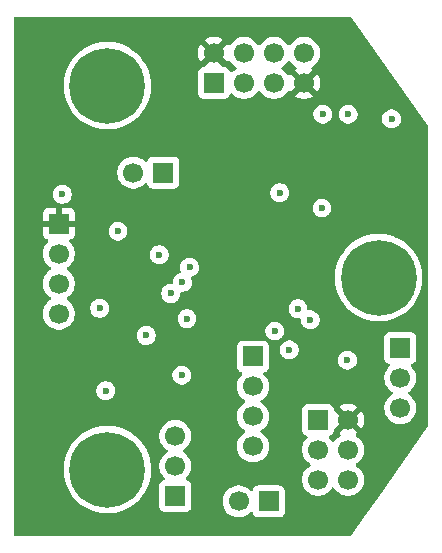
<source format=gbr>
%TF.GenerationSoftware,KiCad,Pcbnew,9.0.6*%
%TF.CreationDate,2025-12-13T14:25:23+01:00*%
%TF.ProjectId,SB_Mod_SR04,53425f4d-6f64-45f5-9352-30342e6b6963,rev?*%
%TF.SameCoordinates,Original*%
%TF.FileFunction,Copper,L2,Inr*%
%TF.FilePolarity,Positive*%
%FSLAX46Y46*%
G04 Gerber Fmt 4.6, Leading zero omitted, Abs format (unit mm)*
G04 Created by KiCad (PCBNEW 9.0.6) date 2025-12-13 14:25:23*
%MOMM*%
%LPD*%
G01*
G04 APERTURE LIST*
%TA.AperFunction,ComponentPad*%
%ADD10R,1.700000X1.700000*%
%TD*%
%TA.AperFunction,ComponentPad*%
%ADD11C,1.700000*%
%TD*%
%TA.AperFunction,ComponentPad*%
%ADD12C,6.400000*%
%TD*%
%TA.AperFunction,ViaPad*%
%ADD13C,0.600000*%
%TD*%
G04 APERTURE END LIST*
D10*
%TO.N,GND*%
%TO.C,J2*%
X122255200Y-117195600D03*
D11*
X119715200Y-117195600D03*
%TD*%
D10*
%TO.N,/SB_ACT*%
%TO.C,J3*%
X120929400Y-104927400D03*
D11*
%TO.N,/SB_DAT*%
X120929400Y-107467400D03*
%TO.N,/SB_CLK*%
X120929400Y-110007400D03*
%TO.N,GND*%
X120929400Y-112547400D03*
%TD*%
D10*
%TO.N,GND*%
%TO.C,SB1*%
X117627400Y-81762600D03*
D11*
%TO.N,+5V*%
X117627400Y-79222600D03*
%TO.N,/SB_CLK*%
X120167400Y-81762600D03*
%TO.N,GND*%
X120167400Y-79222600D03*
%TO.N,/SB_DAT*%
X122707400Y-81762600D03*
%TO.N,/SB_ACT*%
X122707400Y-79222600D03*
%TO.N,+5V*%
X125247400Y-81762600D03*
%TO.N,GND*%
X125247400Y-79222600D03*
%TD*%
D10*
%TO.N,/UPDI*%
%TO.C,J1*%
X133400800Y-104216200D03*
D11*
%TO.N,/PROG_TX*%
X133400800Y-106756200D03*
%TO.N,GND*%
X133400800Y-109296200D03*
%TD*%
D12*
%TO.N,GND*%
%TO.C,H3*%
X108600000Y-114500000D03*
%TD*%
D10*
%TO.N,/A6*%
%TO.C,J5*%
X113334800Y-89357200D03*
D11*
%TO.N,/A7*%
X110794800Y-89357200D03*
%TD*%
D10*
%TO.N,+5V*%
%TO.C,A1*%
X104493500Y-93679000D03*
D11*
%TO.N,/TRIG*%
X104493500Y-96219000D03*
%TO.N,/ECHO*%
X104493500Y-98759000D03*
%TO.N,GND*%
X104493500Y-101299000D03*
%TD*%
D10*
%TO.N,/TX*%
%TO.C,J4*%
X114350800Y-116738400D03*
D11*
%TO.N,/RX*%
X114350800Y-114198400D03*
%TO.N,GND*%
X114350800Y-111658400D03*
%TD*%
D12*
%TO.N,GND*%
%TO.C,H1*%
X108600000Y-82000000D03*
%TD*%
D10*
%TO.N,/UPDI*%
%TO.C,CONN1*%
X126441200Y-110286800D03*
D11*
%TO.N,+5V*%
X128981200Y-110286800D03*
%TO.N,unconnected-(CONN1-nc-Pad3)*%
X126441200Y-112826800D03*
%TO.N,unconnected-(CONN1-nc-Pad4)*%
X128981200Y-112826800D03*
%TO.N,unconnected-(CONN1-nc-Pad5)*%
X126441200Y-115366800D03*
%TO.N,GND*%
X128981200Y-115366800D03*
%TD*%
D12*
%TO.N,GND*%
%TO.C,H2*%
X131572000Y-98250000D03*
%TD*%
D13*
%TO.N,GND*%
X128930400Y-105232200D03*
X107950000Y-100838000D03*
X104775000Y-91186000D03*
X124002800Y-104368600D03*
X109499400Y-94310200D03*
X132664200Y-84810600D03*
X114909600Y-106502200D03*
X123190000Y-91059000D03*
X125780800Y-101828600D03*
X128981200Y-84404200D03*
X126771400Y-92354400D03*
X108458000Y-107823000D03*
X113969800Y-99593400D03*
X113004600Y-96316800D03*
X126847600Y-84404200D03*
%TO.N,+5V*%
X116459000Y-91135200D03*
X128981200Y-81737200D03*
X121539000Y-88569800D03*
X127838200Y-95453200D03*
X132435600Y-82880200D03*
X116179600Y-93573600D03*
%TO.N,/ACT_LED*%
X111887000Y-103149400D03*
X122783600Y-102768400D03*
%TO.N,/ALERT_LED*%
X124739400Y-100888800D03*
X115341400Y-101727000D03*
%TO.N,/A6*%
X115560400Y-97383600D03*
%TO.N,/A7*%
X114960400Y-98653600D03*
%TD*%
%TA.AperFunction,Conductor*%
%TO.N,+5V*%
G36*
X128515275Y-110479793D02*
G01*
X128581101Y-110593807D01*
X128674193Y-110686899D01*
X128788207Y-110752725D01*
X128851790Y-110769762D01*
X128219482Y-111402069D01*
X128219482Y-111402070D01*
X128273652Y-111441426D01*
X128273651Y-111441426D01*
X128282695Y-111446034D01*
X128333492Y-111494008D01*
X128350287Y-111561829D01*
X128327750Y-111627964D01*
X128282699Y-111667002D01*
X128273382Y-111671749D01*
X128101413Y-111796690D01*
X127951090Y-111947013D01*
X127826149Y-112118982D01*
X127821684Y-112127746D01*
X127773709Y-112178542D01*
X127705888Y-112195336D01*
X127639753Y-112172798D01*
X127600716Y-112127746D01*
X127596250Y-112118982D01*
X127471309Y-111947013D01*
X127357769Y-111833473D01*
X127324284Y-111772150D01*
X127329268Y-111702458D01*
X127371140Y-111646525D01*
X127402115Y-111629610D01*
X127533531Y-111580596D01*
X127648746Y-111494346D01*
X127734996Y-111379131D01*
X127785291Y-111244283D01*
X127791700Y-111184673D01*
X127791699Y-111174112D01*
X127811379Y-111107075D01*
X127828018Y-111086426D01*
X128498237Y-110416208D01*
X128515275Y-110479793D01*
G37*
%TD.AperFunction*%
%TA.AperFunction,Conductor*%
G36*
X124048844Y-79876599D02*
G01*
X124087886Y-79921656D01*
X124092351Y-79930420D01*
X124217290Y-80102386D01*
X124367613Y-80252709D01*
X124539579Y-80377648D01*
X124539581Y-80377649D01*
X124539584Y-80377651D01*
X124548893Y-80382394D01*
X124599690Y-80430366D01*
X124616487Y-80498187D01*
X124593952Y-80564322D01*
X124548905Y-80603360D01*
X124539846Y-80607976D01*
X124539840Y-80607980D01*
X124485682Y-80647327D01*
X124485682Y-80647328D01*
X125117991Y-81279637D01*
X125054407Y-81296675D01*
X124940393Y-81362501D01*
X124847301Y-81455593D01*
X124781475Y-81569607D01*
X124764437Y-81633191D01*
X124132128Y-81000882D01*
X124132127Y-81000882D01*
X124092780Y-81055040D01*
X124092776Y-81055046D01*
X124088160Y-81064105D01*
X124040181Y-81114897D01*
X123972359Y-81131687D01*
X123906226Y-81109143D01*
X123867194Y-81064093D01*
X123862451Y-81054784D01*
X123862449Y-81054781D01*
X123862448Y-81054779D01*
X123737509Y-80882813D01*
X123587186Y-80732490D01*
X123415220Y-80607551D01*
X123407000Y-80603363D01*
X123406454Y-80603085D01*
X123355659Y-80555112D01*
X123338863Y-80487292D01*
X123361399Y-80421156D01*
X123406454Y-80382115D01*
X123415216Y-80377651D01*
X123437189Y-80361686D01*
X123587186Y-80252709D01*
X123587188Y-80252706D01*
X123587192Y-80252704D01*
X123737504Y-80102392D01*
X123737506Y-80102388D01*
X123737509Y-80102386D01*
X123862448Y-79930420D01*
X123862450Y-79930417D01*
X123862451Y-79930416D01*
X123866914Y-79921654D01*
X123914888Y-79870859D01*
X123982708Y-79854063D01*
X124048844Y-79876599D01*
G37*
%TD.AperFunction*%
%TA.AperFunction,Conductor*%
G36*
X118742670Y-79984317D02*
G01*
X118742670Y-79984316D01*
X118782022Y-79930155D01*
X118786632Y-79921107D01*
X118834605Y-79870309D01*
X118902425Y-79853512D01*
X118968561Y-79876047D01*
X119007604Y-79921104D01*
X119012349Y-79930417D01*
X119137290Y-80102386D01*
X119287613Y-80252709D01*
X119459582Y-80377650D01*
X119468346Y-80382116D01*
X119519142Y-80430091D01*
X119535936Y-80497912D01*
X119513398Y-80564047D01*
X119468346Y-80603084D01*
X119459582Y-80607549D01*
X119287615Y-80732489D01*
X119174073Y-80846031D01*
X119112750Y-80879515D01*
X119043058Y-80874531D01*
X118987125Y-80832659D01*
X118970210Y-80801682D01*
X118921197Y-80670271D01*
X118921193Y-80670264D01*
X118834947Y-80555055D01*
X118834944Y-80555052D01*
X118719735Y-80468806D01*
X118719728Y-80468802D01*
X118584882Y-80418508D01*
X118584883Y-80418508D01*
X118525283Y-80412101D01*
X118525281Y-80412100D01*
X118525273Y-80412100D01*
X118525265Y-80412100D01*
X118514709Y-80412100D01*
X118447670Y-80392415D01*
X118427028Y-80375781D01*
X117756808Y-79705562D01*
X117820393Y-79688525D01*
X117934407Y-79622699D01*
X118027499Y-79529607D01*
X118093325Y-79415593D01*
X118110362Y-79352008D01*
X118742670Y-79984317D01*
G37*
%TD.AperFunction*%
%TA.AperFunction,Conductor*%
G36*
X129213825Y-76176185D02*
G01*
X129248022Y-76208895D01*
X135746736Y-85396929D01*
X135769378Y-85463028D01*
X135769500Y-85468533D01*
X135769500Y-110747988D01*
X135749815Y-110815027D01*
X135747053Y-110819143D01*
X131500845Y-116879357D01*
X130333010Y-118546099D01*
X129246582Y-120096655D01*
X129191991Y-120140263D01*
X129145029Y-120149500D01*
X100827500Y-120149500D01*
X100760461Y-120129815D01*
X100714706Y-120077011D01*
X100703500Y-120025500D01*
X100703500Y-114318206D01*
X104899500Y-114318206D01*
X104899500Y-114681794D01*
X104910337Y-114791829D01*
X104935137Y-115043630D01*
X105006064Y-115400212D01*
X105006067Y-115400223D01*
X105111614Y-115748165D01*
X105250754Y-116084078D01*
X105250756Y-116084083D01*
X105422140Y-116404720D01*
X105422151Y-116404738D01*
X105624140Y-116707035D01*
X105624150Y-116707049D01*
X105854807Y-116988106D01*
X106111893Y-117245192D01*
X106111898Y-117245196D01*
X106111899Y-117245197D01*
X106392956Y-117475854D01*
X106695268Y-117677853D01*
X106695277Y-117677858D01*
X106695279Y-117677859D01*
X107015916Y-117849243D01*
X107015918Y-117849243D01*
X107015924Y-117849247D01*
X107351836Y-117988386D01*
X107699767Y-118093930D01*
X107699773Y-118093931D01*
X107699776Y-118093932D01*
X107699787Y-118093935D01*
X108056369Y-118164862D01*
X108418206Y-118200500D01*
X108418209Y-118200500D01*
X108781791Y-118200500D01*
X108781794Y-118200500D01*
X109143631Y-118164862D01*
X109213045Y-118151054D01*
X109500212Y-118093935D01*
X109500223Y-118093932D01*
X109500223Y-118093931D01*
X109500233Y-118093930D01*
X109848164Y-117988386D01*
X110184076Y-117849247D01*
X110504732Y-117677853D01*
X110807044Y-117475854D01*
X111088101Y-117245197D01*
X111345197Y-116988101D01*
X111575854Y-116707044D01*
X111777853Y-116404732D01*
X111949247Y-116084076D01*
X112088386Y-115748164D01*
X112193930Y-115400233D01*
X112193932Y-115400223D01*
X112193935Y-115400212D01*
X112264862Y-115043630D01*
X112284092Y-114848385D01*
X112300500Y-114681794D01*
X112300500Y-114318206D01*
X112264862Y-113956369D01*
X112250101Y-113882160D01*
X112193935Y-113599787D01*
X112193932Y-113599776D01*
X112193931Y-113599773D01*
X112193930Y-113599767D01*
X112088386Y-113251836D01*
X111949247Y-112915924D01*
X111921302Y-112863643D01*
X111777859Y-112595279D01*
X111777858Y-112595277D01*
X111777853Y-112595268D01*
X111575854Y-112292956D01*
X111345197Y-112011899D01*
X111345196Y-112011898D01*
X111345192Y-112011893D01*
X111088106Y-111754807D01*
X110951983Y-111643094D01*
X110841122Y-111552113D01*
X113000300Y-111552113D01*
X113000300Y-111764687D01*
X113033554Y-111974643D01*
X113083300Y-112127746D01*
X113099244Y-112176814D01*
X113195751Y-112366220D01*
X113320690Y-112538186D01*
X113471013Y-112688509D01*
X113642982Y-112813450D01*
X113651746Y-112817916D01*
X113702542Y-112865891D01*
X113719336Y-112933712D01*
X113696798Y-112999847D01*
X113651746Y-113038884D01*
X113642982Y-113043349D01*
X113471013Y-113168290D01*
X113320690Y-113318613D01*
X113195751Y-113490579D01*
X113099244Y-113679985D01*
X113033553Y-113882160D01*
X113010873Y-114025356D01*
X113000300Y-114092113D01*
X113000300Y-114304687D01*
X113033554Y-114514643D01*
X113083300Y-114667746D01*
X113099244Y-114716814D01*
X113195751Y-114906220D01*
X113320690Y-115078186D01*
X113434230Y-115191726D01*
X113467715Y-115253049D01*
X113462731Y-115322741D01*
X113420859Y-115378674D01*
X113389883Y-115395589D01*
X113258469Y-115444603D01*
X113258464Y-115444606D01*
X113143255Y-115530852D01*
X113143252Y-115530855D01*
X113057006Y-115646064D01*
X113057002Y-115646071D01*
X113006708Y-115780917D01*
X113001598Y-115828450D01*
X113000301Y-115840523D01*
X113000300Y-115840535D01*
X113000300Y-117636270D01*
X113000301Y-117636276D01*
X113006708Y-117695883D01*
X113057002Y-117830728D01*
X113057006Y-117830735D01*
X113143252Y-117945944D01*
X113143255Y-117945947D01*
X113258464Y-118032193D01*
X113258471Y-118032197D01*
X113393317Y-118082491D01*
X113393316Y-118082491D01*
X113400244Y-118083235D01*
X113452927Y-118088900D01*
X115248672Y-118088899D01*
X115308283Y-118082491D01*
X115443131Y-118032196D01*
X115558346Y-117945946D01*
X115644596Y-117830731D01*
X115694891Y-117695883D01*
X115701300Y-117636273D01*
X115701299Y-117089313D01*
X118364700Y-117089313D01*
X118364700Y-117301886D01*
X118392254Y-117475859D01*
X118397954Y-117511843D01*
X118457752Y-117695882D01*
X118463644Y-117714014D01*
X118560151Y-117903420D01*
X118685090Y-118075386D01*
X118835413Y-118225709D01*
X119007379Y-118350648D01*
X119007381Y-118350649D01*
X119007384Y-118350651D01*
X119196788Y-118447157D01*
X119398957Y-118512846D01*
X119608913Y-118546100D01*
X119608914Y-118546100D01*
X119821486Y-118546100D01*
X119821487Y-118546100D01*
X120031443Y-118512846D01*
X120233612Y-118447157D01*
X120423016Y-118350651D01*
X120594992Y-118225704D01*
X120708529Y-118112166D01*
X120769848Y-118078684D01*
X120839540Y-118083668D01*
X120895474Y-118125539D01*
X120912389Y-118156517D01*
X120961402Y-118287928D01*
X120961406Y-118287935D01*
X121047652Y-118403144D01*
X121047655Y-118403147D01*
X121162864Y-118489393D01*
X121162871Y-118489397D01*
X121297717Y-118539691D01*
X121297716Y-118539691D01*
X121304644Y-118540435D01*
X121357327Y-118546100D01*
X123153072Y-118546099D01*
X123212683Y-118539691D01*
X123347531Y-118489396D01*
X123462746Y-118403146D01*
X123548996Y-118287931D01*
X123599291Y-118153083D01*
X123605700Y-118093473D01*
X123605699Y-116297728D01*
X123599291Y-116238117D01*
X123598010Y-116234683D01*
X123548997Y-116103271D01*
X123548993Y-116103264D01*
X123462747Y-115988055D01*
X123462744Y-115988052D01*
X123347535Y-115901806D01*
X123347528Y-115901802D01*
X123212682Y-115851508D01*
X123212683Y-115851508D01*
X123153083Y-115845101D01*
X123153081Y-115845100D01*
X123153073Y-115845100D01*
X123153064Y-115845100D01*
X121357329Y-115845100D01*
X121357323Y-115845101D01*
X121297716Y-115851508D01*
X121162871Y-115901802D01*
X121162864Y-115901806D01*
X121047655Y-115988052D01*
X121047652Y-115988055D01*
X120961406Y-116103264D01*
X120961403Y-116103269D01*
X120912389Y-116234683D01*
X120870517Y-116290616D01*
X120805053Y-116315033D01*
X120736780Y-116300181D01*
X120708526Y-116279030D01*
X120594986Y-116165490D01*
X120423020Y-116040551D01*
X120233614Y-115944044D01*
X120233613Y-115944043D01*
X120233612Y-115944043D01*
X120031443Y-115878354D01*
X120031441Y-115878353D01*
X120031440Y-115878353D01*
X119870157Y-115852808D01*
X119821487Y-115845100D01*
X119608913Y-115845100D01*
X119560242Y-115852808D01*
X119398960Y-115878353D01*
X119196785Y-115944044D01*
X119007379Y-116040551D01*
X118835413Y-116165490D01*
X118685090Y-116315813D01*
X118560151Y-116487779D01*
X118463644Y-116677185D01*
X118397953Y-116879360D01*
X118364700Y-117089313D01*
X115701299Y-117089313D01*
X115701299Y-116717300D01*
X115701299Y-115840529D01*
X115701298Y-115840523D01*
X115701297Y-115840516D01*
X115694891Y-115780917D01*
X115682675Y-115748165D01*
X115644597Y-115646071D01*
X115644593Y-115646064D01*
X115558347Y-115530855D01*
X115558344Y-115530852D01*
X115443135Y-115444606D01*
X115443128Y-115444602D01*
X115311717Y-115395589D01*
X115255783Y-115353718D01*
X115231366Y-115288253D01*
X115246218Y-115219980D01*
X115267363Y-115191732D01*
X115380904Y-115078192D01*
X115505851Y-114906216D01*
X115602357Y-114716812D01*
X115668046Y-114514643D01*
X115701300Y-114304687D01*
X115701300Y-114092113D01*
X115668046Y-113882157D01*
X115602357Y-113679988D01*
X115505851Y-113490584D01*
X115505849Y-113490581D01*
X115505848Y-113490579D01*
X115380909Y-113318613D01*
X115230586Y-113168290D01*
X115058620Y-113043351D01*
X115057915Y-113042991D01*
X115049854Y-113038885D01*
X114999059Y-112990912D01*
X114982263Y-112923092D01*
X115004799Y-112856956D01*
X115049854Y-112817915D01*
X115058616Y-112813451D01*
X115080589Y-112797486D01*
X115230586Y-112688509D01*
X115230588Y-112688506D01*
X115230592Y-112688504D01*
X115380904Y-112538192D01*
X115380906Y-112538188D01*
X115380909Y-112538186D01*
X115505848Y-112366220D01*
X115505847Y-112366220D01*
X115505851Y-112366216D01*
X115602357Y-112176812D01*
X115668046Y-111974643D01*
X115701300Y-111764687D01*
X115701300Y-111552113D01*
X115668046Y-111342157D01*
X115602357Y-111139988D01*
X115505851Y-110950584D01*
X115505849Y-110950581D01*
X115505848Y-110950579D01*
X115380909Y-110778613D01*
X115230586Y-110628290D01*
X115058620Y-110503351D01*
X114869214Y-110406844D01*
X114869213Y-110406843D01*
X114869212Y-110406843D01*
X114667043Y-110341154D01*
X114667041Y-110341153D01*
X114667040Y-110341153D01*
X114505757Y-110315608D01*
X114457087Y-110307900D01*
X114244513Y-110307900D01*
X114195842Y-110315608D01*
X114034560Y-110341153D01*
X113832385Y-110406844D01*
X113642979Y-110503351D01*
X113471013Y-110628290D01*
X113320690Y-110778613D01*
X113195751Y-110950579D01*
X113099244Y-111139985D01*
X113099243Y-111139987D01*
X113099243Y-111139988D01*
X113084725Y-111184670D01*
X113033553Y-111342160D01*
X113004729Y-111524150D01*
X113000300Y-111552113D01*
X110841122Y-111552113D01*
X110807049Y-111524150D01*
X110807048Y-111524149D01*
X110807044Y-111524146D01*
X110504732Y-111322147D01*
X110504727Y-111322144D01*
X110504720Y-111322140D01*
X110184083Y-111150756D01*
X110184078Y-111150754D01*
X110158079Y-111139985D01*
X110028777Y-111086426D01*
X109848165Y-111011614D01*
X109500223Y-110906067D01*
X109500212Y-110906064D01*
X109143630Y-110835137D01*
X108871111Y-110808296D01*
X108781794Y-110799500D01*
X108418206Y-110799500D01*
X108335679Y-110807628D01*
X108056369Y-110835137D01*
X107699787Y-110906064D01*
X107699776Y-110906067D01*
X107351834Y-111011614D01*
X107015921Y-111150754D01*
X107015916Y-111150756D01*
X106695279Y-111322140D01*
X106695261Y-111322151D01*
X106392964Y-111524140D01*
X106392950Y-111524150D01*
X106111893Y-111754807D01*
X105854807Y-112011893D01*
X105624150Y-112292950D01*
X105624140Y-112292964D01*
X105422151Y-112595261D01*
X105422140Y-112595279D01*
X105250756Y-112915916D01*
X105250754Y-112915921D01*
X105111614Y-113251834D01*
X105006067Y-113599776D01*
X105006064Y-113599787D01*
X104935137Y-113956369D01*
X104910425Y-114207284D01*
X104899500Y-114318206D01*
X100703500Y-114318206D01*
X100703500Y-107744153D01*
X107657500Y-107744153D01*
X107657500Y-107901846D01*
X107688261Y-108056489D01*
X107688264Y-108056501D01*
X107748602Y-108202172D01*
X107748609Y-108202185D01*
X107836210Y-108333288D01*
X107836213Y-108333292D01*
X107947707Y-108444786D01*
X107947711Y-108444789D01*
X108078814Y-108532390D01*
X108078827Y-108532397D01*
X108213982Y-108588379D01*
X108224503Y-108592737D01*
X108373869Y-108622448D01*
X108379153Y-108623499D01*
X108379156Y-108623500D01*
X108379158Y-108623500D01*
X108536844Y-108623500D01*
X108536845Y-108623499D01*
X108691497Y-108592737D01*
X108837179Y-108532394D01*
X108968289Y-108444789D01*
X109079789Y-108333289D01*
X109167394Y-108202179D01*
X109227737Y-108056497D01*
X109258500Y-107901842D01*
X109258500Y-107744158D01*
X109258500Y-107744155D01*
X109258499Y-107744153D01*
X109227738Y-107589510D01*
X109227737Y-107589503D01*
X109221186Y-107573687D01*
X109167397Y-107443827D01*
X109167390Y-107443814D01*
X109079789Y-107312711D01*
X109079786Y-107312707D01*
X108968292Y-107201213D01*
X108968288Y-107201210D01*
X108837185Y-107113609D01*
X108837172Y-107113602D01*
X108691501Y-107053264D01*
X108691489Y-107053261D01*
X108536845Y-107022500D01*
X108536842Y-107022500D01*
X108379158Y-107022500D01*
X108379155Y-107022500D01*
X108224510Y-107053261D01*
X108224498Y-107053264D01*
X108078827Y-107113602D01*
X108078814Y-107113609D01*
X107947711Y-107201210D01*
X107947707Y-107201213D01*
X107836213Y-107312707D01*
X107836210Y-107312711D01*
X107748609Y-107443814D01*
X107748602Y-107443827D01*
X107688264Y-107589498D01*
X107688261Y-107589510D01*
X107657500Y-107744153D01*
X100703500Y-107744153D01*
X100703500Y-106423353D01*
X114109100Y-106423353D01*
X114109100Y-106581046D01*
X114139861Y-106735689D01*
X114139864Y-106735701D01*
X114200202Y-106881372D01*
X114200209Y-106881385D01*
X114287810Y-107012488D01*
X114287813Y-107012492D01*
X114399307Y-107123986D01*
X114399311Y-107123989D01*
X114530414Y-107211590D01*
X114530427Y-107211597D01*
X114676098Y-107271935D01*
X114676103Y-107271937D01*
X114830753Y-107302699D01*
X114830756Y-107302700D01*
X114830758Y-107302700D01*
X114988444Y-107302700D01*
X114988445Y-107302699D01*
X115143097Y-107271937D01*
X115288779Y-107211594D01*
X115419889Y-107123989D01*
X115531389Y-107012489D01*
X115618994Y-106881379D01*
X115679337Y-106735697D01*
X115710100Y-106581042D01*
X115710100Y-106423358D01*
X115710100Y-106423355D01*
X115710099Y-106423353D01*
X115681166Y-106277899D01*
X115679337Y-106268703D01*
X115666532Y-106237788D01*
X115618997Y-106123027D01*
X115618990Y-106123014D01*
X115531389Y-105991911D01*
X115531386Y-105991907D01*
X115419892Y-105880413D01*
X115419888Y-105880410D01*
X115288785Y-105792809D01*
X115288772Y-105792802D01*
X115143101Y-105732464D01*
X115143089Y-105732461D01*
X114988445Y-105701700D01*
X114988442Y-105701700D01*
X114830758Y-105701700D01*
X114830755Y-105701700D01*
X114676110Y-105732461D01*
X114676098Y-105732464D01*
X114530427Y-105792802D01*
X114530414Y-105792809D01*
X114399311Y-105880410D01*
X114399307Y-105880413D01*
X114287813Y-105991907D01*
X114287810Y-105991911D01*
X114200209Y-106123014D01*
X114200202Y-106123027D01*
X114139864Y-106268698D01*
X114139861Y-106268710D01*
X114109100Y-106423353D01*
X100703500Y-106423353D01*
X100703500Y-104029535D01*
X119578900Y-104029535D01*
X119578900Y-105825270D01*
X119578901Y-105825276D01*
X119585308Y-105884883D01*
X119635602Y-106019728D01*
X119635606Y-106019735D01*
X119721852Y-106134944D01*
X119721855Y-106134947D01*
X119837064Y-106221193D01*
X119837071Y-106221197D01*
X119968482Y-106270210D01*
X120024416Y-106312081D01*
X120048833Y-106377545D01*
X120033982Y-106445818D01*
X120012831Y-106474073D01*
X119899289Y-106587615D01*
X119774351Y-106759579D01*
X119677844Y-106948985D01*
X119612153Y-107151160D01*
X119578900Y-107361113D01*
X119578900Y-107573686D01*
X119605899Y-107744155D01*
X119612154Y-107783643D01*
X119670655Y-107963691D01*
X119677844Y-107985814D01*
X119774351Y-108175220D01*
X119899290Y-108347186D01*
X120049613Y-108497509D01*
X120221582Y-108622450D01*
X120230346Y-108626916D01*
X120281142Y-108674891D01*
X120297936Y-108742712D01*
X120275398Y-108808847D01*
X120230346Y-108847884D01*
X120221582Y-108852349D01*
X120049613Y-108977290D01*
X119899290Y-109127613D01*
X119774351Y-109299579D01*
X119677844Y-109488985D01*
X119612153Y-109691160D01*
X119578900Y-109901113D01*
X119578900Y-110113686D01*
X119609660Y-110307900D01*
X119612154Y-110323643D01*
X119670544Y-110503349D01*
X119677844Y-110525814D01*
X119774351Y-110715220D01*
X119899290Y-110887186D01*
X120049613Y-111037509D01*
X120221582Y-111162450D01*
X120230346Y-111166916D01*
X120281142Y-111214891D01*
X120297936Y-111282712D01*
X120275398Y-111348847D01*
X120230346Y-111387884D01*
X120221582Y-111392349D01*
X120049613Y-111517290D01*
X119899290Y-111667613D01*
X119774351Y-111839579D01*
X119677844Y-112028985D01*
X119612153Y-112231160D01*
X119578900Y-112441113D01*
X119578900Y-112653686D01*
X119604911Y-112817916D01*
X119612154Y-112863643D01*
X119670544Y-113043349D01*
X119677844Y-113065814D01*
X119774351Y-113255220D01*
X119899290Y-113427186D01*
X120049613Y-113577509D01*
X120221579Y-113702448D01*
X120221581Y-113702449D01*
X120221584Y-113702451D01*
X120410988Y-113798957D01*
X120613157Y-113864646D01*
X120823113Y-113897900D01*
X120823114Y-113897900D01*
X121035686Y-113897900D01*
X121035687Y-113897900D01*
X121245643Y-113864646D01*
X121447812Y-113798957D01*
X121637216Y-113702451D01*
X121668138Y-113679985D01*
X121809186Y-113577509D01*
X121809188Y-113577506D01*
X121809192Y-113577504D01*
X121959504Y-113427192D01*
X121959506Y-113427188D01*
X121959509Y-113427186D01*
X122084448Y-113255220D01*
X122084447Y-113255220D01*
X122084451Y-113255216D01*
X122180957Y-113065812D01*
X122246646Y-112863643D01*
X122279900Y-112653687D01*
X122279900Y-112441113D01*
X122246646Y-112231157D01*
X122180957Y-112028988D01*
X122084451Y-111839584D01*
X122084449Y-111839581D01*
X122084448Y-111839579D01*
X121959509Y-111667613D01*
X121809186Y-111517290D01*
X121637220Y-111392351D01*
X121636515Y-111391991D01*
X121628454Y-111387885D01*
X121577659Y-111339912D01*
X121560863Y-111272092D01*
X121583399Y-111205956D01*
X121628454Y-111166915D01*
X121637216Y-111162451D01*
X121729063Y-111095721D01*
X121809186Y-111037509D01*
X121809188Y-111037506D01*
X121809192Y-111037504D01*
X121959504Y-110887192D01*
X121959506Y-110887188D01*
X121959509Y-110887186D01*
X122084448Y-110715220D01*
X122084447Y-110715220D01*
X122084451Y-110715216D01*
X122180957Y-110525812D01*
X122246646Y-110323643D01*
X122279900Y-110113687D01*
X122279900Y-109901113D01*
X122246646Y-109691157D01*
X122180957Y-109488988D01*
X122129978Y-109388935D01*
X125090700Y-109388935D01*
X125090700Y-111184670D01*
X125090701Y-111184676D01*
X125097108Y-111244283D01*
X125147402Y-111379128D01*
X125147406Y-111379135D01*
X125233652Y-111494344D01*
X125233655Y-111494347D01*
X125348864Y-111580593D01*
X125348871Y-111580597D01*
X125480282Y-111629610D01*
X125536216Y-111671481D01*
X125560633Y-111736945D01*
X125545782Y-111805218D01*
X125524631Y-111833473D01*
X125411089Y-111947015D01*
X125286151Y-112118979D01*
X125189644Y-112308385D01*
X125123953Y-112510560D01*
X125119578Y-112538186D01*
X125090700Y-112720513D01*
X125090700Y-112933087D01*
X125123954Y-113143043D01*
X125181000Y-113318613D01*
X125189644Y-113345214D01*
X125286151Y-113534620D01*
X125411090Y-113706586D01*
X125561413Y-113856909D01*
X125733382Y-113981850D01*
X125742146Y-113986316D01*
X125792942Y-114034291D01*
X125809736Y-114102112D01*
X125787198Y-114168247D01*
X125742146Y-114207284D01*
X125733382Y-114211749D01*
X125561413Y-114336690D01*
X125411090Y-114487013D01*
X125286151Y-114658979D01*
X125189644Y-114848385D01*
X125123953Y-115050560D01*
X125119578Y-115078184D01*
X125090700Y-115260513D01*
X125090700Y-115473087D01*
X125123954Y-115683043D01*
X125187414Y-115878353D01*
X125189644Y-115885214D01*
X125286151Y-116074620D01*
X125411090Y-116246586D01*
X125561413Y-116396909D01*
X125733379Y-116521848D01*
X125733381Y-116521849D01*
X125733384Y-116521851D01*
X125922788Y-116618357D01*
X126124957Y-116684046D01*
X126334913Y-116717300D01*
X126334914Y-116717300D01*
X126547486Y-116717300D01*
X126547487Y-116717300D01*
X126757443Y-116684046D01*
X126959612Y-116618357D01*
X127149016Y-116521851D01*
X127195906Y-116487784D01*
X127320986Y-116396909D01*
X127320988Y-116396906D01*
X127320992Y-116396904D01*
X127471304Y-116246592D01*
X127471306Y-116246588D01*
X127471309Y-116246586D01*
X127589373Y-116084083D01*
X127596251Y-116074616D01*
X127600714Y-116065854D01*
X127648688Y-116015059D01*
X127716508Y-115998263D01*
X127782644Y-116020799D01*
X127821686Y-116065856D01*
X127826151Y-116074620D01*
X127951090Y-116246586D01*
X128101413Y-116396909D01*
X128273379Y-116521848D01*
X128273381Y-116521849D01*
X128273384Y-116521851D01*
X128462788Y-116618357D01*
X128664957Y-116684046D01*
X128874913Y-116717300D01*
X128874914Y-116717300D01*
X129087486Y-116717300D01*
X129087487Y-116717300D01*
X129297443Y-116684046D01*
X129499612Y-116618357D01*
X129689016Y-116521851D01*
X129735906Y-116487784D01*
X129860986Y-116396909D01*
X129860988Y-116396906D01*
X129860992Y-116396904D01*
X130011304Y-116246592D01*
X130011306Y-116246588D01*
X130011309Y-116246586D01*
X130129373Y-116084083D01*
X130136251Y-116074616D01*
X130232757Y-115885212D01*
X130298446Y-115683043D01*
X130331700Y-115473087D01*
X130331700Y-115260513D01*
X130298446Y-115050557D01*
X130232757Y-114848388D01*
X130136251Y-114658984D01*
X130136249Y-114658981D01*
X130136248Y-114658979D01*
X130011309Y-114487013D01*
X129860986Y-114336690D01*
X129689020Y-114211751D01*
X129688315Y-114211391D01*
X129680254Y-114207285D01*
X129629459Y-114159312D01*
X129612663Y-114091492D01*
X129635199Y-114025356D01*
X129680254Y-113986315D01*
X129689016Y-113981851D01*
X129724089Y-113956369D01*
X129860986Y-113856909D01*
X129860988Y-113856906D01*
X129860992Y-113856904D01*
X130011304Y-113706592D01*
X130011306Y-113706588D01*
X130011309Y-113706586D01*
X130136248Y-113534620D01*
X130136247Y-113534620D01*
X130136251Y-113534616D01*
X130232757Y-113345212D01*
X130298446Y-113143043D01*
X130331700Y-112933087D01*
X130331700Y-112720513D01*
X130298446Y-112510557D01*
X130232757Y-112308388D01*
X130136251Y-112118984D01*
X130136249Y-112118981D01*
X130136248Y-112118979D01*
X130011309Y-111947013D01*
X129860986Y-111796690D01*
X129689017Y-111671749D01*
X129679704Y-111667004D01*
X129628907Y-111619030D01*
X129612112Y-111551209D01*
X129634649Y-111485074D01*
X129679707Y-111446032D01*
X129688755Y-111441422D01*
X129742916Y-111402070D01*
X129742917Y-111402070D01*
X129110608Y-110769762D01*
X129174193Y-110752725D01*
X129288207Y-110686899D01*
X129381299Y-110593807D01*
X129447125Y-110479793D01*
X129464162Y-110416208D01*
X130096470Y-111048517D01*
X130096470Y-111048516D01*
X130135822Y-110994354D01*
X130232295Y-110805017D01*
X130297957Y-110602930D01*
X130297957Y-110602927D01*
X130331200Y-110393046D01*
X130331200Y-110180553D01*
X130297957Y-109970672D01*
X130297957Y-109970669D01*
X130232295Y-109768582D01*
X130135824Y-109579249D01*
X130096470Y-109525082D01*
X130096469Y-109525082D01*
X129464162Y-110157390D01*
X129447125Y-110093807D01*
X129381299Y-109979793D01*
X129288207Y-109886701D01*
X129174193Y-109820875D01*
X129110609Y-109803837D01*
X129742916Y-109171528D01*
X129688750Y-109132175D01*
X129499417Y-109035704D01*
X129297329Y-108970042D01*
X129087446Y-108936800D01*
X128874954Y-108936800D01*
X128665072Y-108970042D01*
X128665069Y-108970042D01*
X128462982Y-109035704D01*
X128273639Y-109132180D01*
X128219482Y-109171527D01*
X128219482Y-109171528D01*
X128851791Y-109803837D01*
X128788207Y-109820875D01*
X128674193Y-109886701D01*
X128581101Y-109979793D01*
X128515275Y-110093807D01*
X128498237Y-110157391D01*
X127828018Y-109487172D01*
X127794533Y-109425849D01*
X127794530Y-109425836D01*
X127791699Y-109412815D01*
X127791699Y-109388928D01*
X127785291Y-109329317D01*
X127757126Y-109253802D01*
X127734998Y-109194473D01*
X127734993Y-109194464D01*
X127648747Y-109079255D01*
X127648744Y-109079252D01*
X127533535Y-108993006D01*
X127533528Y-108993002D01*
X127398682Y-108942708D01*
X127398683Y-108942708D01*
X127339083Y-108936301D01*
X127339081Y-108936300D01*
X127339073Y-108936300D01*
X127339064Y-108936300D01*
X125543329Y-108936300D01*
X125543323Y-108936301D01*
X125483716Y-108942708D01*
X125348871Y-108993002D01*
X125348864Y-108993006D01*
X125233655Y-109079252D01*
X125233652Y-109079255D01*
X125147406Y-109194464D01*
X125147402Y-109194471D01*
X125097108Y-109329317D01*
X125090701Y-109388916D01*
X125090700Y-109388935D01*
X122129978Y-109388935D01*
X122084451Y-109299584D01*
X122084449Y-109299581D01*
X122084448Y-109299579D01*
X121959509Y-109127613D01*
X121809186Y-108977290D01*
X121637220Y-108852351D01*
X121636515Y-108851991D01*
X121628454Y-108847885D01*
X121577659Y-108799912D01*
X121560863Y-108732092D01*
X121583399Y-108665956D01*
X121628454Y-108626915D01*
X121637216Y-108622451D01*
X121684106Y-108588384D01*
X121809186Y-108497509D01*
X121809188Y-108497506D01*
X121809192Y-108497504D01*
X121959504Y-108347192D01*
X121959506Y-108347188D01*
X121959509Y-108347186D01*
X122084448Y-108175220D01*
X122084447Y-108175220D01*
X122084451Y-108175216D01*
X122180957Y-107985812D01*
X122246646Y-107783643D01*
X122279900Y-107573687D01*
X122279900Y-107361113D01*
X122246646Y-107151157D01*
X122180957Y-106948988D01*
X122084451Y-106759584D01*
X122084449Y-106759581D01*
X122084448Y-106759579D01*
X121959509Y-106587613D01*
X121845969Y-106474073D01*
X121812484Y-106412750D01*
X121817468Y-106343058D01*
X121859340Y-106287125D01*
X121890315Y-106270210D01*
X122021731Y-106221196D01*
X122136946Y-106134946D01*
X122223196Y-106019731D01*
X122273491Y-105884883D01*
X122279900Y-105825273D01*
X122279899Y-104289753D01*
X123202300Y-104289753D01*
X123202300Y-104447446D01*
X123233061Y-104602089D01*
X123233064Y-104602101D01*
X123293402Y-104747772D01*
X123293409Y-104747785D01*
X123381010Y-104878888D01*
X123381013Y-104878892D01*
X123492507Y-104990386D01*
X123492511Y-104990389D01*
X123623614Y-105077990D01*
X123623627Y-105077997D01*
X123710731Y-105114076D01*
X123769303Y-105138337D01*
X123923953Y-105169099D01*
X123923956Y-105169100D01*
X123923958Y-105169100D01*
X124081644Y-105169100D01*
X124081645Y-105169099D01*
X124160806Y-105153353D01*
X128129900Y-105153353D01*
X128129900Y-105311046D01*
X128160661Y-105465689D01*
X128160664Y-105465701D01*
X128221002Y-105611372D01*
X128221009Y-105611385D01*
X128308610Y-105742488D01*
X128308613Y-105742492D01*
X128420107Y-105853986D01*
X128420111Y-105853989D01*
X128551214Y-105941590D01*
X128551227Y-105941597D01*
X128672688Y-105991907D01*
X128696903Y-106001937D01*
X128851553Y-106032699D01*
X128851556Y-106032700D01*
X128851558Y-106032700D01*
X129009244Y-106032700D01*
X129009245Y-106032699D01*
X129163897Y-106001937D01*
X129309579Y-105941594D01*
X129440689Y-105853989D01*
X129552189Y-105742489D01*
X129639794Y-105611379D01*
X129700137Y-105465697D01*
X129730900Y-105311042D01*
X129730900Y-105153358D01*
X129730900Y-105153355D01*
X129730899Y-105153353D01*
X129723084Y-105114064D01*
X129700137Y-104998703D01*
X129650509Y-104878889D01*
X129639797Y-104853027D01*
X129639790Y-104853014D01*
X129552189Y-104721911D01*
X129552186Y-104721907D01*
X129440692Y-104610413D01*
X129440688Y-104610410D01*
X129309585Y-104522809D01*
X129309572Y-104522802D01*
X129163901Y-104462464D01*
X129163889Y-104462461D01*
X129009245Y-104431700D01*
X129009242Y-104431700D01*
X128851558Y-104431700D01*
X128851555Y-104431700D01*
X128696910Y-104462461D01*
X128696898Y-104462464D01*
X128551227Y-104522802D01*
X128551214Y-104522809D01*
X128420111Y-104610410D01*
X128420107Y-104610413D01*
X128308613Y-104721907D01*
X128308610Y-104721911D01*
X128221009Y-104853014D01*
X128221002Y-104853027D01*
X128160664Y-104998698D01*
X128160661Y-104998710D01*
X128129900Y-105153353D01*
X124160806Y-105153353D01*
X124236297Y-105138337D01*
X124381979Y-105077994D01*
X124381985Y-105077990D01*
X124432610Y-105044164D01*
X124470374Y-105018929D01*
X124513089Y-104990389D01*
X124624589Y-104878889D01*
X124712194Y-104747779D01*
X124772537Y-104602097D01*
X124803300Y-104447442D01*
X124803300Y-104289758D01*
X124803300Y-104289755D01*
X124803299Y-104289753D01*
X124772538Y-104135110D01*
X124772537Y-104135103D01*
X124728810Y-104029535D01*
X124712197Y-103989427D01*
X124712190Y-103989414D01*
X124624589Y-103858311D01*
X124624586Y-103858307D01*
X124513092Y-103746813D01*
X124513088Y-103746810D01*
X124381985Y-103659209D01*
X124381972Y-103659202D01*
X124236301Y-103598864D01*
X124236289Y-103598861D01*
X124081645Y-103568100D01*
X124081642Y-103568100D01*
X123923958Y-103568100D01*
X123923955Y-103568100D01*
X123769310Y-103598861D01*
X123769298Y-103598864D01*
X123623627Y-103659202D01*
X123623614Y-103659209D01*
X123492511Y-103746810D01*
X123492507Y-103746813D01*
X123381013Y-103858307D01*
X123381010Y-103858311D01*
X123293409Y-103989414D01*
X123293402Y-103989427D01*
X123233064Y-104135098D01*
X123233061Y-104135110D01*
X123202300Y-104289753D01*
X122279899Y-104289753D01*
X122279899Y-104029528D01*
X122273491Y-103969917D01*
X122266025Y-103949900D01*
X122223197Y-103835071D01*
X122223193Y-103835064D01*
X122136947Y-103719855D01*
X122136944Y-103719852D01*
X122021735Y-103633606D01*
X122021728Y-103633602D01*
X121886882Y-103583308D01*
X121886883Y-103583308D01*
X121827283Y-103576901D01*
X121827281Y-103576900D01*
X121827273Y-103576900D01*
X121827264Y-103576900D01*
X120031529Y-103576900D01*
X120031523Y-103576901D01*
X119971916Y-103583308D01*
X119837071Y-103633602D01*
X119837064Y-103633606D01*
X119721855Y-103719852D01*
X119721852Y-103719855D01*
X119635606Y-103835064D01*
X119635602Y-103835071D01*
X119585308Y-103969917D01*
X119583211Y-103989427D01*
X119578901Y-104029523D01*
X119578900Y-104029535D01*
X100703500Y-104029535D01*
X100703500Y-103070553D01*
X111086500Y-103070553D01*
X111086500Y-103228246D01*
X111117261Y-103382889D01*
X111117264Y-103382901D01*
X111177602Y-103528572D01*
X111177609Y-103528585D01*
X111265210Y-103659688D01*
X111265213Y-103659692D01*
X111376707Y-103771186D01*
X111376711Y-103771189D01*
X111507814Y-103858790D01*
X111507827Y-103858797D01*
X111653498Y-103919135D01*
X111653503Y-103919137D01*
X111808153Y-103949899D01*
X111808156Y-103949900D01*
X111808158Y-103949900D01*
X111965844Y-103949900D01*
X111965845Y-103949899D01*
X112120497Y-103919137D01*
X112131183Y-103914710D01*
X112138585Y-103911645D01*
X112266172Y-103858797D01*
X112266172Y-103858796D01*
X112266179Y-103858794D01*
X112397289Y-103771189D01*
X112508789Y-103659689D01*
X112596394Y-103528579D01*
X112656737Y-103382897D01*
X112687500Y-103228242D01*
X112687500Y-103070558D01*
X112687500Y-103070555D01*
X112687499Y-103070553D01*
X112656737Y-102915903D01*
X112635943Y-102865701D01*
X112596397Y-102770227D01*
X112596393Y-102770220D01*
X112584458Y-102752358D01*
X112584457Y-102752356D01*
X112542493Y-102689553D01*
X121983100Y-102689553D01*
X121983100Y-102847246D01*
X122013861Y-103001889D01*
X122013864Y-103001901D01*
X122074202Y-103147572D01*
X122074209Y-103147585D01*
X122161810Y-103278688D01*
X122161813Y-103278692D01*
X122273307Y-103390186D01*
X122273311Y-103390189D01*
X122404414Y-103477790D01*
X122404427Y-103477797D01*
X122527042Y-103528585D01*
X122550103Y-103538137D01*
X122700736Y-103568100D01*
X122704753Y-103568899D01*
X122704756Y-103568900D01*
X122704758Y-103568900D01*
X122862444Y-103568900D01*
X122862445Y-103568899D01*
X123017097Y-103538137D01*
X123162779Y-103477794D01*
X123293889Y-103390189D01*
X123365743Y-103318335D01*
X132050300Y-103318335D01*
X132050300Y-105114070D01*
X132050301Y-105114076D01*
X132056708Y-105173683D01*
X132107002Y-105308528D01*
X132107006Y-105308535D01*
X132193252Y-105423744D01*
X132193255Y-105423747D01*
X132308464Y-105509993D01*
X132308471Y-105509997D01*
X132439882Y-105559010D01*
X132495816Y-105600881D01*
X132520233Y-105666345D01*
X132505382Y-105734618D01*
X132484231Y-105762873D01*
X132370689Y-105876415D01*
X132245751Y-106048379D01*
X132149244Y-106237785D01*
X132083553Y-106439960D01*
X132050300Y-106649913D01*
X132050300Y-106862486D01*
X132074058Y-107012492D01*
X132083554Y-107072443D01*
X132148374Y-107271938D01*
X132149244Y-107274614D01*
X132245751Y-107464020D01*
X132370690Y-107635986D01*
X132521013Y-107786309D01*
X132692982Y-107911250D01*
X132701746Y-107915716D01*
X132752542Y-107963691D01*
X132769336Y-108031512D01*
X132746798Y-108097647D01*
X132701746Y-108136684D01*
X132692982Y-108141149D01*
X132521013Y-108266090D01*
X132370690Y-108416413D01*
X132245751Y-108588379D01*
X132149244Y-108777785D01*
X132083553Y-108979960D01*
X132050300Y-109189913D01*
X132050300Y-109402486D01*
X132078296Y-109579249D01*
X132083554Y-109612443D01*
X132140206Y-109786800D01*
X132149244Y-109814614D01*
X132245751Y-110004020D01*
X132370690Y-110175986D01*
X132521013Y-110326309D01*
X132692979Y-110451248D01*
X132692981Y-110451249D01*
X132692984Y-110451251D01*
X132882388Y-110547757D01*
X133084557Y-110613446D01*
X133294513Y-110646700D01*
X133294514Y-110646700D01*
X133507086Y-110646700D01*
X133507087Y-110646700D01*
X133717043Y-110613446D01*
X133919212Y-110547757D01*
X134108616Y-110451251D01*
X134130589Y-110435286D01*
X134280586Y-110326309D01*
X134280588Y-110326306D01*
X134280592Y-110326304D01*
X134430904Y-110175992D01*
X134430906Y-110175988D01*
X134430909Y-110175986D01*
X134555848Y-110004020D01*
X134555847Y-110004020D01*
X134555851Y-110004016D01*
X134652357Y-109814612D01*
X134718046Y-109612443D01*
X134751300Y-109402487D01*
X134751300Y-109189913D01*
X134718046Y-108979957D01*
X134652357Y-108777788D01*
X134555851Y-108588384D01*
X134555849Y-108588381D01*
X134555848Y-108588379D01*
X134430909Y-108416413D01*
X134280586Y-108266090D01*
X134108620Y-108141151D01*
X134107915Y-108140791D01*
X134099854Y-108136685D01*
X134049059Y-108088712D01*
X134032263Y-108020892D01*
X134054799Y-107954756D01*
X134099854Y-107915715D01*
X134108616Y-107911251D01*
X134130589Y-107895286D01*
X134280586Y-107786309D01*
X134280588Y-107786306D01*
X134280592Y-107786304D01*
X134430904Y-107635992D01*
X134430906Y-107635988D01*
X134430909Y-107635986D01*
X134555848Y-107464020D01*
X134555847Y-107464020D01*
X134555851Y-107464016D01*
X134652357Y-107274612D01*
X134718046Y-107072443D01*
X134751300Y-106862487D01*
X134751300Y-106649913D01*
X134718046Y-106439957D01*
X134652357Y-106237788D01*
X134555851Y-106048384D01*
X134555849Y-106048381D01*
X134555848Y-106048379D01*
X134430909Y-105876413D01*
X134317369Y-105762873D01*
X134283884Y-105701550D01*
X134288868Y-105631858D01*
X134330740Y-105575925D01*
X134361715Y-105559010D01*
X134493131Y-105509996D01*
X134608346Y-105423746D01*
X134694596Y-105308531D01*
X134744891Y-105173683D01*
X134751300Y-105114073D01*
X134751299Y-103318328D01*
X134744891Y-103258717D01*
X134740190Y-103246114D01*
X134694597Y-103123871D01*
X134694593Y-103123864D01*
X134608347Y-103008655D01*
X134608344Y-103008652D01*
X134493135Y-102922406D01*
X134493128Y-102922402D01*
X134358282Y-102872108D01*
X134358283Y-102872108D01*
X134298683Y-102865701D01*
X134298681Y-102865700D01*
X134298673Y-102865700D01*
X134298664Y-102865700D01*
X132502929Y-102865700D01*
X132502923Y-102865701D01*
X132443316Y-102872108D01*
X132308471Y-102922402D01*
X132308464Y-102922406D01*
X132193255Y-103008652D01*
X132193252Y-103008655D01*
X132107006Y-103123864D01*
X132107002Y-103123871D01*
X132056708Y-103258717D01*
X132054561Y-103278692D01*
X132050301Y-103318323D01*
X132050300Y-103318335D01*
X123365743Y-103318335D01*
X123405389Y-103278689D01*
X123492994Y-103147579D01*
X123553337Y-103001897D01*
X123584100Y-102847242D01*
X123584100Y-102689558D01*
X123584100Y-102689555D01*
X123584099Y-102689553D01*
X123574065Y-102639111D01*
X123553337Y-102534903D01*
X123537528Y-102496737D01*
X123492997Y-102389227D01*
X123492990Y-102389214D01*
X123405389Y-102258111D01*
X123405386Y-102258107D01*
X123293892Y-102146613D01*
X123293888Y-102146610D01*
X123162785Y-102059009D01*
X123162772Y-102059002D01*
X123017101Y-101998664D01*
X123017089Y-101998661D01*
X122862445Y-101967900D01*
X122862442Y-101967900D01*
X122704758Y-101967900D01*
X122704755Y-101967900D01*
X122550110Y-101998661D01*
X122550098Y-101998664D01*
X122404427Y-102059002D01*
X122404414Y-102059009D01*
X122273311Y-102146610D01*
X122273307Y-102146613D01*
X122161813Y-102258107D01*
X122161810Y-102258111D01*
X122074209Y-102389214D01*
X122074202Y-102389227D01*
X122013864Y-102534898D01*
X122013861Y-102534910D01*
X121983100Y-102689553D01*
X112542493Y-102689553D01*
X112508789Y-102639111D01*
X112508786Y-102639107D01*
X112397292Y-102527613D01*
X112397288Y-102527610D01*
X112266185Y-102440009D01*
X112266172Y-102440002D01*
X112120501Y-102379664D01*
X112120489Y-102379661D01*
X111965845Y-102348900D01*
X111965842Y-102348900D01*
X111808158Y-102348900D01*
X111808155Y-102348900D01*
X111653510Y-102379661D01*
X111653498Y-102379664D01*
X111507827Y-102440002D01*
X111507814Y-102440009D01*
X111376711Y-102527610D01*
X111376707Y-102527613D01*
X111265213Y-102639107D01*
X111265210Y-102639111D01*
X111177609Y-102770214D01*
X111177602Y-102770227D01*
X111117264Y-102915898D01*
X111117261Y-102915910D01*
X111086500Y-103070553D01*
X100703500Y-103070553D01*
X100703500Y-96112713D01*
X103143000Y-96112713D01*
X103143000Y-96325287D01*
X103176254Y-96535243D01*
X103228482Y-96695985D01*
X103241944Y-96737414D01*
X103338451Y-96926820D01*
X103463390Y-97098786D01*
X103613713Y-97249109D01*
X103785682Y-97374050D01*
X103794446Y-97378516D01*
X103845242Y-97426491D01*
X103862036Y-97494312D01*
X103839498Y-97560447D01*
X103794446Y-97599484D01*
X103785682Y-97603949D01*
X103613713Y-97728890D01*
X103463390Y-97879213D01*
X103338451Y-98051179D01*
X103241944Y-98240585D01*
X103176253Y-98442760D01*
X103143000Y-98652713D01*
X103143000Y-98865286D01*
X103159840Y-98971613D01*
X103176254Y-99075243D01*
X103178810Y-99083111D01*
X103241944Y-99277414D01*
X103338451Y-99466820D01*
X103463390Y-99638786D01*
X103613713Y-99789109D01*
X103785682Y-99914050D01*
X103794446Y-99918516D01*
X103845242Y-99966491D01*
X103862036Y-100034312D01*
X103839498Y-100100447D01*
X103794446Y-100139484D01*
X103785682Y-100143949D01*
X103613713Y-100268890D01*
X103463390Y-100419213D01*
X103338451Y-100591179D01*
X103241944Y-100780585D01*
X103176253Y-100982760D01*
X103143000Y-101192713D01*
X103143000Y-101405286D01*
X103175064Y-101607735D01*
X103176254Y-101615243D01*
X103238184Y-101805844D01*
X103241944Y-101817414D01*
X103338451Y-102006820D01*
X103463390Y-102178786D01*
X103613713Y-102329109D01*
X103785679Y-102454048D01*
X103785681Y-102454049D01*
X103785684Y-102454051D01*
X103975088Y-102550557D01*
X104177257Y-102616246D01*
X104387213Y-102649500D01*
X104387214Y-102649500D01*
X104599786Y-102649500D01*
X104599787Y-102649500D01*
X104809743Y-102616246D01*
X105011912Y-102550557D01*
X105201316Y-102454051D01*
X105225624Y-102436390D01*
X105373286Y-102329109D01*
X105373288Y-102329106D01*
X105373292Y-102329104D01*
X105523604Y-102178792D01*
X105523606Y-102178788D01*
X105523609Y-102178786D01*
X105648548Y-102006820D01*
X105648547Y-102006820D01*
X105648551Y-102006816D01*
X105745057Y-101817412D01*
X105800053Y-101648153D01*
X114540900Y-101648153D01*
X114540900Y-101805846D01*
X114571661Y-101960489D01*
X114571664Y-101960501D01*
X114632002Y-102106172D01*
X114632009Y-102106185D01*
X114719610Y-102237288D01*
X114719613Y-102237292D01*
X114831107Y-102348786D01*
X114831111Y-102348789D01*
X114962214Y-102436390D01*
X114962227Y-102436397D01*
X115107898Y-102496735D01*
X115107903Y-102496737D01*
X115262553Y-102527499D01*
X115262556Y-102527500D01*
X115262558Y-102527500D01*
X115420244Y-102527500D01*
X115420245Y-102527499D01*
X115574897Y-102496737D01*
X115711859Y-102440006D01*
X115720572Y-102436397D01*
X115720572Y-102436396D01*
X115720579Y-102436394D01*
X115851689Y-102348789D01*
X115963189Y-102237289D01*
X116050794Y-102106179D01*
X116111137Y-101960497D01*
X116141900Y-101805842D01*
X116141900Y-101648158D01*
X116141900Y-101648155D01*
X116141899Y-101648153D01*
X116132171Y-101599247D01*
X116111137Y-101493503D01*
X116072030Y-101399089D01*
X116050797Y-101347827D01*
X116050790Y-101347814D01*
X115963189Y-101216711D01*
X115963186Y-101216707D01*
X115851692Y-101105213D01*
X115851688Y-101105210D01*
X115720585Y-101017609D01*
X115720572Y-101017602D01*
X115574901Y-100957264D01*
X115574891Y-100957261D01*
X115420245Y-100926500D01*
X115420242Y-100926500D01*
X115262558Y-100926500D01*
X115262555Y-100926500D01*
X115107910Y-100957261D01*
X115107898Y-100957264D01*
X114962227Y-101017602D01*
X114962214Y-101017609D01*
X114831111Y-101105210D01*
X114831107Y-101105213D01*
X114719613Y-101216707D01*
X114719610Y-101216711D01*
X114632009Y-101347814D01*
X114632002Y-101347827D01*
X114571664Y-101493498D01*
X114571661Y-101493510D01*
X114540900Y-101648153D01*
X105800053Y-101648153D01*
X105810746Y-101615243D01*
X105844000Y-101405287D01*
X105844000Y-101192713D01*
X105810746Y-100982757D01*
X105745057Y-100780588D01*
X105734135Y-100759153D01*
X107149500Y-100759153D01*
X107149500Y-100916846D01*
X107180261Y-101071489D01*
X107180264Y-101071501D01*
X107240602Y-101217172D01*
X107240609Y-101217185D01*
X107328210Y-101348288D01*
X107328213Y-101348292D01*
X107439707Y-101459786D01*
X107439711Y-101459789D01*
X107570814Y-101547390D01*
X107570827Y-101547397D01*
X107696001Y-101599245D01*
X107716503Y-101607737D01*
X107871153Y-101638499D01*
X107871156Y-101638500D01*
X107871158Y-101638500D01*
X108028844Y-101638500D01*
X108028845Y-101638499D01*
X108183497Y-101607737D01*
X108329179Y-101547394D01*
X108460289Y-101459789D01*
X108571789Y-101348289D01*
X108659394Y-101217179D01*
X108719737Y-101071497D01*
X108750500Y-100916842D01*
X108750500Y-100809953D01*
X123938900Y-100809953D01*
X123938900Y-100967646D01*
X123969661Y-101122289D01*
X123969664Y-101122301D01*
X124030002Y-101267972D01*
X124030009Y-101267985D01*
X124117610Y-101399088D01*
X124117613Y-101399092D01*
X124229107Y-101510586D01*
X124229111Y-101510589D01*
X124360214Y-101598190D01*
X124360227Y-101598197D01*
X124505898Y-101658535D01*
X124505903Y-101658537D01*
X124646693Y-101686542D01*
X124660553Y-101689299D01*
X124660556Y-101689300D01*
X124660558Y-101689300D01*
X124818243Y-101689300D01*
X124832107Y-101686542D01*
X124901698Y-101692768D01*
X124956876Y-101735630D01*
X124980122Y-101801520D01*
X124980300Y-101808159D01*
X124980300Y-101907446D01*
X125011061Y-102062089D01*
X125011064Y-102062101D01*
X125071402Y-102207772D01*
X125071409Y-102207785D01*
X125159010Y-102338888D01*
X125159013Y-102338892D01*
X125270507Y-102450386D01*
X125270511Y-102450389D01*
X125401614Y-102537990D01*
X125401627Y-102537997D01*
X125547298Y-102598335D01*
X125547303Y-102598337D01*
X125701953Y-102629099D01*
X125701956Y-102629100D01*
X125701958Y-102629100D01*
X125859644Y-102629100D01*
X125859645Y-102629099D01*
X126014297Y-102598337D01*
X126159979Y-102537994D01*
X126291089Y-102450389D01*
X126402589Y-102338889D01*
X126490194Y-102207779D01*
X126550537Y-102062097D01*
X126581300Y-101907442D01*
X126581300Y-101749758D01*
X126581300Y-101749755D01*
X126581299Y-101749753D01*
X126553050Y-101607737D01*
X126550537Y-101595103D01*
X126530777Y-101547397D01*
X126490197Y-101449427D01*
X126490190Y-101449414D01*
X126402589Y-101318311D01*
X126402586Y-101318307D01*
X126291092Y-101206813D01*
X126291088Y-101206810D01*
X126159985Y-101119209D01*
X126159972Y-101119202D01*
X126014301Y-101058864D01*
X126014289Y-101058861D01*
X125859645Y-101028100D01*
X125859642Y-101028100D01*
X125701958Y-101028100D01*
X125701956Y-101028100D01*
X125688088Y-101030858D01*
X125618496Y-101024628D01*
X125563320Y-100981764D01*
X125540078Y-100915873D01*
X125539900Y-100909240D01*
X125539900Y-100809955D01*
X125539899Y-100809953D01*
X125534058Y-100780588D01*
X125509137Y-100655303D01*
X125488093Y-100604498D01*
X125448797Y-100509627D01*
X125448790Y-100509614D01*
X125361189Y-100378511D01*
X125361186Y-100378507D01*
X125249692Y-100267013D01*
X125249688Y-100267010D01*
X125118585Y-100179409D01*
X125118572Y-100179402D01*
X124972901Y-100119064D01*
X124972889Y-100119061D01*
X124818245Y-100088300D01*
X124818242Y-100088300D01*
X124660558Y-100088300D01*
X124660555Y-100088300D01*
X124505910Y-100119061D01*
X124505898Y-100119064D01*
X124360227Y-100179402D01*
X124360214Y-100179409D01*
X124229111Y-100267010D01*
X124229107Y-100267013D01*
X124117613Y-100378507D01*
X124117610Y-100378511D01*
X124030009Y-100509614D01*
X124030002Y-100509627D01*
X123969664Y-100655298D01*
X123969661Y-100655310D01*
X123938900Y-100809953D01*
X108750500Y-100809953D01*
X108750500Y-100759158D01*
X108750500Y-100759155D01*
X108750499Y-100759153D01*
X108719738Y-100604510D01*
X108719737Y-100604503D01*
X108714218Y-100591179D01*
X108659397Y-100458827D01*
X108659390Y-100458814D01*
X108571789Y-100327711D01*
X108571786Y-100327707D01*
X108460292Y-100216213D01*
X108460288Y-100216210D01*
X108329185Y-100128609D01*
X108329172Y-100128602D01*
X108183501Y-100068264D01*
X108183489Y-100068261D01*
X108028845Y-100037500D01*
X108028842Y-100037500D01*
X107871158Y-100037500D01*
X107871155Y-100037500D01*
X107716510Y-100068261D01*
X107716498Y-100068264D01*
X107570827Y-100128602D01*
X107570814Y-100128609D01*
X107439711Y-100216210D01*
X107439707Y-100216213D01*
X107328213Y-100327707D01*
X107328210Y-100327711D01*
X107240609Y-100458814D01*
X107240602Y-100458827D01*
X107180264Y-100604498D01*
X107180261Y-100604510D01*
X107149500Y-100759153D01*
X105734135Y-100759153D01*
X105648551Y-100591184D01*
X105648549Y-100591181D01*
X105648548Y-100591179D01*
X105523609Y-100419213D01*
X105373286Y-100268890D01*
X105201320Y-100143951D01*
X105200615Y-100143591D01*
X105192554Y-100139485D01*
X105141759Y-100091512D01*
X105124963Y-100023692D01*
X105147499Y-99957556D01*
X105192554Y-99918515D01*
X105201316Y-99914051D01*
X105223289Y-99898086D01*
X105373286Y-99789109D01*
X105373288Y-99789106D01*
X105373292Y-99789104D01*
X105523604Y-99638792D01*
X105523606Y-99638788D01*
X105523609Y-99638786D01*
X105613869Y-99514553D01*
X113169300Y-99514553D01*
X113169300Y-99672246D01*
X113200061Y-99826889D01*
X113200064Y-99826901D01*
X113260402Y-99972572D01*
X113260409Y-99972585D01*
X113348010Y-100103688D01*
X113348013Y-100103692D01*
X113459507Y-100215186D01*
X113459511Y-100215189D01*
X113590614Y-100302790D01*
X113590627Y-100302797D01*
X113650776Y-100327711D01*
X113736303Y-100363137D01*
X113890953Y-100393899D01*
X113890956Y-100393900D01*
X113890958Y-100393900D01*
X114048644Y-100393900D01*
X114048645Y-100393899D01*
X114203297Y-100363137D01*
X114348979Y-100302794D01*
X114480089Y-100215189D01*
X114591589Y-100103689D01*
X114679194Y-99972579D01*
X114739537Y-99826897D01*
X114770300Y-99672242D01*
X114770300Y-99578100D01*
X114789985Y-99511061D01*
X114842789Y-99465306D01*
X114894300Y-99454100D01*
X115039244Y-99454100D01*
X115039245Y-99454099D01*
X115193897Y-99423337D01*
X115339579Y-99362994D01*
X115470689Y-99275389D01*
X115582189Y-99163889D01*
X115669794Y-99032779D01*
X115730137Y-98887097D01*
X115760900Y-98732442D01*
X115760900Y-98574758D01*
X115760900Y-98574755D01*
X115760899Y-98574753D01*
X115730137Y-98420103D01*
X115730135Y-98420098D01*
X115690725Y-98324952D01*
X115683256Y-98255483D01*
X115714532Y-98193004D01*
X115774621Y-98157352D01*
X115781054Y-98155891D01*
X115793897Y-98153337D01*
X115939579Y-98092994D01*
X115976672Y-98068209D01*
X127871500Y-98068209D01*
X127871500Y-98431790D01*
X127907137Y-98793630D01*
X127978064Y-99150212D01*
X127978067Y-99150223D01*
X128083614Y-99498165D01*
X128141861Y-99638786D01*
X128219779Y-99826897D01*
X128222754Y-99834078D01*
X128222756Y-99834083D01*
X128394140Y-100154720D01*
X128394151Y-100154738D01*
X128596140Y-100457035D01*
X128596150Y-100457049D01*
X128826807Y-100738106D01*
X129083893Y-100995192D01*
X129083898Y-100995196D01*
X129083899Y-100995197D01*
X129364956Y-101225854D01*
X129667268Y-101427853D01*
X129667277Y-101427858D01*
X129667279Y-101427859D01*
X129987916Y-101599243D01*
X129987918Y-101599243D01*
X129987924Y-101599247D01*
X130323836Y-101738386D01*
X130671767Y-101843930D01*
X130671773Y-101843931D01*
X130671776Y-101843932D01*
X130671787Y-101843935D01*
X131028369Y-101914862D01*
X131390206Y-101950500D01*
X131390209Y-101950500D01*
X131753791Y-101950500D01*
X131753794Y-101950500D01*
X132115631Y-101914862D01*
X132185045Y-101901054D01*
X132472212Y-101843935D01*
X132472223Y-101843932D01*
X132472223Y-101843931D01*
X132472233Y-101843930D01*
X132820164Y-101738386D01*
X133156076Y-101599247D01*
X133476732Y-101427853D01*
X133779044Y-101225854D01*
X134060101Y-100995197D01*
X134317197Y-100738101D01*
X134547854Y-100457044D01*
X134749853Y-100154732D01*
X134921247Y-99834076D01*
X135060386Y-99498164D01*
X135165930Y-99150233D01*
X135165932Y-99150223D01*
X135165935Y-99150212D01*
X135230889Y-98823661D01*
X135236862Y-98793631D01*
X135272500Y-98431794D01*
X135272500Y-98068206D01*
X135236862Y-97706369D01*
X135215602Y-97599486D01*
X135165935Y-97349787D01*
X135165932Y-97349776D01*
X135165931Y-97349773D01*
X135165930Y-97349767D01*
X135060386Y-97001836D01*
X134921247Y-96665924D01*
X134893420Y-96613864D01*
X134749859Y-96345279D01*
X134749858Y-96345277D01*
X134749853Y-96345268D01*
X134547854Y-96042956D01*
X134317197Y-95761899D01*
X134317196Y-95761898D01*
X134317192Y-95761893D01*
X134060106Y-95504807D01*
X133779049Y-95274150D01*
X133779048Y-95274149D01*
X133779044Y-95274146D01*
X133476732Y-95072147D01*
X133476727Y-95072144D01*
X133476720Y-95072140D01*
X133156083Y-94900756D01*
X133156078Y-94900754D01*
X133120917Y-94886190D01*
X133057690Y-94860000D01*
X132820165Y-94761614D01*
X132472223Y-94656067D01*
X132472212Y-94656064D01*
X132115630Y-94585137D01*
X131843111Y-94558296D01*
X131753794Y-94549500D01*
X131390206Y-94549500D01*
X131307679Y-94557628D01*
X131028369Y-94585137D01*
X130671787Y-94656064D01*
X130671776Y-94656067D01*
X130323834Y-94761614D01*
X129987921Y-94900754D01*
X129987916Y-94900756D01*
X129667279Y-95072140D01*
X129667261Y-95072151D01*
X129364964Y-95274140D01*
X129364950Y-95274150D01*
X129083893Y-95504807D01*
X128826807Y-95761893D01*
X128596150Y-96042950D01*
X128596140Y-96042964D01*
X128394151Y-96345261D01*
X128394140Y-96345279D01*
X128222756Y-96665916D01*
X128222754Y-96665921D01*
X128083614Y-97001834D01*
X127978067Y-97349776D01*
X127978064Y-97349787D01*
X127907137Y-97706369D01*
X127883713Y-97944202D01*
X127875085Y-98031813D01*
X127871500Y-98068209D01*
X115976672Y-98068209D01*
X116070689Y-98005389D01*
X116070692Y-98005386D01*
X116098598Y-97977481D01*
X116182186Y-97893892D01*
X116182189Y-97893889D01*
X116269794Y-97762779D01*
X116330137Y-97617097D01*
X116360900Y-97462442D01*
X116360900Y-97304758D01*
X116360900Y-97304755D01*
X116360899Y-97304753D01*
X116330138Y-97150110D01*
X116330137Y-97150103D01*
X116316549Y-97117299D01*
X116269797Y-97004427D01*
X116269790Y-97004414D01*
X116182189Y-96873311D01*
X116182186Y-96873307D01*
X116070692Y-96761813D01*
X116070688Y-96761810D01*
X115939585Y-96674209D01*
X115939572Y-96674202D01*
X115793901Y-96613864D01*
X115793889Y-96613861D01*
X115639245Y-96583100D01*
X115639242Y-96583100D01*
X115481558Y-96583100D01*
X115481555Y-96583100D01*
X115326910Y-96613861D01*
X115326898Y-96613864D01*
X115181227Y-96674202D01*
X115181214Y-96674209D01*
X115050111Y-96761810D01*
X115050107Y-96761813D01*
X114938613Y-96873307D01*
X114938610Y-96873311D01*
X114851009Y-97004414D01*
X114851002Y-97004427D01*
X114790664Y-97150098D01*
X114790661Y-97150110D01*
X114759900Y-97304753D01*
X114759900Y-97462446D01*
X114788048Y-97603951D01*
X114790663Y-97617097D01*
X114826107Y-97702667D01*
X114830075Y-97712247D01*
X114837543Y-97781717D01*
X114806267Y-97844196D01*
X114746178Y-97879848D01*
X114739706Y-97881316D01*
X114726907Y-97883862D01*
X114726898Y-97883864D01*
X114581227Y-97944202D01*
X114581214Y-97944209D01*
X114450111Y-98031810D01*
X114450107Y-98031813D01*
X114338613Y-98143307D01*
X114338610Y-98143311D01*
X114251009Y-98274414D01*
X114251002Y-98274427D01*
X114190664Y-98420098D01*
X114190661Y-98420110D01*
X114159900Y-98574753D01*
X114159900Y-98668900D01*
X114140215Y-98735939D01*
X114087411Y-98781694D01*
X114035900Y-98792900D01*
X113890955Y-98792900D01*
X113736310Y-98823661D01*
X113736298Y-98823664D01*
X113590627Y-98884002D01*
X113590614Y-98884009D01*
X113459511Y-98971610D01*
X113459507Y-98971613D01*
X113348013Y-99083107D01*
X113348010Y-99083111D01*
X113260409Y-99214214D01*
X113260402Y-99214227D01*
X113200064Y-99359898D01*
X113200061Y-99359910D01*
X113169300Y-99514553D01*
X105613869Y-99514553D01*
X105625775Y-99498165D01*
X105648551Y-99466816D01*
X105655031Y-99454099D01*
X105656014Y-99452170D01*
X105703028Y-99359898D01*
X105745057Y-99277412D01*
X105810746Y-99075243D01*
X105844000Y-98865287D01*
X105844000Y-98652713D01*
X105810746Y-98442757D01*
X105745057Y-98240588D01*
X105648551Y-98051184D01*
X105648549Y-98051181D01*
X105648548Y-98051179D01*
X105523609Y-97879213D01*
X105373286Y-97728890D01*
X105201320Y-97603951D01*
X105200615Y-97603591D01*
X105192554Y-97599485D01*
X105141759Y-97551512D01*
X105124963Y-97483692D01*
X105147499Y-97417556D01*
X105192554Y-97378515D01*
X105201316Y-97374051D01*
X105234740Y-97349767D01*
X105373286Y-97249109D01*
X105373288Y-97249106D01*
X105373292Y-97249104D01*
X105523604Y-97098792D01*
X105523606Y-97098788D01*
X105523609Y-97098786D01*
X105648548Y-96926820D01*
X105648547Y-96926820D01*
X105648551Y-96926816D01*
X105745057Y-96737412D01*
X105810746Y-96535243D01*
X105844000Y-96325287D01*
X105844000Y-96237953D01*
X112204100Y-96237953D01*
X112204100Y-96395646D01*
X112234861Y-96550289D01*
X112234864Y-96550301D01*
X112295202Y-96695972D01*
X112295209Y-96695985D01*
X112382810Y-96827088D01*
X112382813Y-96827092D01*
X112494307Y-96938586D01*
X112494311Y-96938589D01*
X112625414Y-97026190D01*
X112625427Y-97026197D01*
X112771098Y-97086535D01*
X112771103Y-97086537D01*
X112925753Y-97117299D01*
X112925756Y-97117300D01*
X112925758Y-97117300D01*
X113083444Y-97117300D01*
X113083445Y-97117299D01*
X113238097Y-97086537D01*
X113383779Y-97026194D01*
X113514889Y-96938589D01*
X113626389Y-96827089D01*
X113713994Y-96695979D01*
X113774337Y-96550297D01*
X113805100Y-96395642D01*
X113805100Y-96237958D01*
X113805100Y-96237955D01*
X113805099Y-96237953D01*
X113774338Y-96083310D01*
X113774337Y-96083303D01*
X113757625Y-96042956D01*
X113713997Y-95937627D01*
X113713990Y-95937614D01*
X113626389Y-95806511D01*
X113626386Y-95806507D01*
X113514892Y-95695013D01*
X113514888Y-95695010D01*
X113383785Y-95607409D01*
X113383772Y-95607402D01*
X113238101Y-95547064D01*
X113238089Y-95547061D01*
X113083445Y-95516300D01*
X113083442Y-95516300D01*
X112925758Y-95516300D01*
X112925755Y-95516300D01*
X112771110Y-95547061D01*
X112771098Y-95547064D01*
X112625427Y-95607402D01*
X112625414Y-95607409D01*
X112494311Y-95695010D01*
X112494307Y-95695013D01*
X112382813Y-95806507D01*
X112382810Y-95806511D01*
X112295209Y-95937614D01*
X112295202Y-95937627D01*
X112234864Y-96083298D01*
X112234861Y-96083310D01*
X112204100Y-96237953D01*
X105844000Y-96237953D01*
X105844000Y-96112713D01*
X105810746Y-95902757D01*
X105745057Y-95700588D01*
X105648551Y-95511184D01*
X105648549Y-95511181D01*
X105648548Y-95511179D01*
X105523609Y-95339213D01*
X105409681Y-95225285D01*
X105376196Y-95163962D01*
X105381180Y-95094270D01*
X105423052Y-95038337D01*
X105454029Y-95021422D01*
X105585586Y-94972354D01*
X105585593Y-94972350D01*
X105700687Y-94886190D01*
X105700690Y-94886187D01*
X105786850Y-94771093D01*
X105786854Y-94771086D01*
X105837096Y-94636379D01*
X105837098Y-94636372D01*
X105843499Y-94576844D01*
X105843500Y-94576827D01*
X105843500Y-94231353D01*
X108698900Y-94231353D01*
X108698900Y-94389046D01*
X108729661Y-94543689D01*
X108729664Y-94543701D01*
X108790002Y-94689372D01*
X108790009Y-94689385D01*
X108877610Y-94820488D01*
X108877613Y-94820492D01*
X108989107Y-94931986D01*
X108989111Y-94931989D01*
X109120214Y-95019590D01*
X109120227Y-95019597D01*
X109265898Y-95079935D01*
X109265903Y-95079937D01*
X109420553Y-95110699D01*
X109420556Y-95110700D01*
X109420558Y-95110700D01*
X109578244Y-95110700D01*
X109578245Y-95110699D01*
X109732897Y-95079937D01*
X109878579Y-95019594D01*
X110009689Y-94931989D01*
X110121189Y-94820489D01*
X110208794Y-94689379D01*
X110269137Y-94543697D01*
X110299900Y-94389042D01*
X110299900Y-94231358D01*
X110299900Y-94231355D01*
X110299899Y-94231353D01*
X110282707Y-94144925D01*
X110269137Y-94076703D01*
X110231570Y-93986007D01*
X110208797Y-93931027D01*
X110208790Y-93931014D01*
X110121189Y-93799911D01*
X110121186Y-93799907D01*
X110009692Y-93688413D01*
X110009688Y-93688410D01*
X109878585Y-93600809D01*
X109878572Y-93600802D01*
X109732901Y-93540464D01*
X109732889Y-93540461D01*
X109578245Y-93509700D01*
X109578242Y-93509700D01*
X109420558Y-93509700D01*
X109420555Y-93509700D01*
X109265910Y-93540461D01*
X109265898Y-93540464D01*
X109120227Y-93600802D01*
X109120214Y-93600809D01*
X108989111Y-93688410D01*
X108989107Y-93688413D01*
X108877613Y-93799907D01*
X108877610Y-93799911D01*
X108790009Y-93931014D01*
X108790002Y-93931027D01*
X108729664Y-94076698D01*
X108729661Y-94076710D01*
X108698900Y-94231353D01*
X105843500Y-94231353D01*
X105843500Y-93929000D01*
X104926512Y-93929000D01*
X104959425Y-93871993D01*
X104993500Y-93744826D01*
X104993500Y-93613174D01*
X104959425Y-93486007D01*
X104926512Y-93429000D01*
X105843500Y-93429000D01*
X105843500Y-92781172D01*
X105843499Y-92781155D01*
X105837098Y-92721627D01*
X105837096Y-92721620D01*
X105786854Y-92586913D01*
X105786850Y-92586906D01*
X105700690Y-92471812D01*
X105700687Y-92471809D01*
X105585593Y-92385649D01*
X105585585Y-92385645D01*
X105450879Y-92335403D01*
X105450872Y-92335401D01*
X105391344Y-92329000D01*
X104743500Y-92329000D01*
X104743500Y-93245988D01*
X104686493Y-93213075D01*
X104559326Y-93179000D01*
X104427674Y-93179000D01*
X104300507Y-93213075D01*
X104243500Y-93245988D01*
X104243500Y-92329000D01*
X103595655Y-92329000D01*
X103536127Y-92335401D01*
X103536120Y-92335403D01*
X103401413Y-92385645D01*
X103401406Y-92385649D01*
X103286312Y-92471809D01*
X103286309Y-92471812D01*
X103200149Y-92586906D01*
X103200145Y-92586913D01*
X103149903Y-92721620D01*
X103149901Y-92721627D01*
X103143500Y-92781155D01*
X103143500Y-93429000D01*
X104060488Y-93429000D01*
X104027575Y-93486007D01*
X103993500Y-93613174D01*
X103993500Y-93744826D01*
X104027575Y-93871993D01*
X104060488Y-93929000D01*
X103143500Y-93929000D01*
X103143500Y-94576844D01*
X103149901Y-94636372D01*
X103149903Y-94636379D01*
X103200145Y-94771086D01*
X103200149Y-94771093D01*
X103286309Y-94886187D01*
X103286312Y-94886190D01*
X103401406Y-94972350D01*
X103401413Y-94972354D01*
X103532970Y-95021422D01*
X103588904Y-95063293D01*
X103613321Y-95128758D01*
X103598469Y-95197031D01*
X103577319Y-95225285D01*
X103463389Y-95339215D01*
X103338451Y-95511179D01*
X103241944Y-95700585D01*
X103176253Y-95902760D01*
X103154047Y-96042964D01*
X103143000Y-96112713D01*
X100703500Y-96112713D01*
X100703500Y-92275553D01*
X125970900Y-92275553D01*
X125970900Y-92433246D01*
X126001661Y-92587889D01*
X126001664Y-92587901D01*
X126062002Y-92733572D01*
X126062009Y-92733585D01*
X126149610Y-92864688D01*
X126149613Y-92864692D01*
X126261107Y-92976186D01*
X126261111Y-92976189D01*
X126392214Y-93063790D01*
X126392227Y-93063797D01*
X126537898Y-93124135D01*
X126537903Y-93124137D01*
X126692553Y-93154899D01*
X126692556Y-93154900D01*
X126692558Y-93154900D01*
X126850244Y-93154900D01*
X126850245Y-93154899D01*
X127004897Y-93124137D01*
X127150579Y-93063794D01*
X127281689Y-92976189D01*
X127393189Y-92864689D01*
X127480794Y-92733579D01*
X127541137Y-92587897D01*
X127571900Y-92433242D01*
X127571900Y-92275558D01*
X127571900Y-92275555D01*
X127571899Y-92275553D01*
X127541138Y-92120910D01*
X127541137Y-92120903D01*
X127485466Y-91986500D01*
X127480797Y-91975227D01*
X127480790Y-91975214D01*
X127393189Y-91844111D01*
X127393186Y-91844107D01*
X127281692Y-91732613D01*
X127281688Y-91732610D01*
X127150585Y-91645009D01*
X127150572Y-91645002D01*
X127004901Y-91584664D01*
X127004889Y-91584661D01*
X126850245Y-91553900D01*
X126850242Y-91553900D01*
X126692558Y-91553900D01*
X126692555Y-91553900D01*
X126537910Y-91584661D01*
X126537898Y-91584664D01*
X126392227Y-91645002D01*
X126392214Y-91645009D01*
X126261111Y-91732610D01*
X126261107Y-91732613D01*
X126149613Y-91844107D01*
X126149610Y-91844111D01*
X126062009Y-91975214D01*
X126062002Y-91975227D01*
X126001664Y-92120898D01*
X126001661Y-92120910D01*
X125970900Y-92275553D01*
X100703500Y-92275553D01*
X100703500Y-91107153D01*
X103974500Y-91107153D01*
X103974500Y-91264846D01*
X104005261Y-91419489D01*
X104005264Y-91419501D01*
X104065602Y-91565172D01*
X104065609Y-91565185D01*
X104153210Y-91696288D01*
X104153213Y-91696292D01*
X104264707Y-91807786D01*
X104264711Y-91807789D01*
X104395814Y-91895390D01*
X104395827Y-91895397D01*
X104541498Y-91955735D01*
X104541503Y-91955737D01*
X104696153Y-91986499D01*
X104696156Y-91986500D01*
X104696158Y-91986500D01*
X104853844Y-91986500D01*
X104853845Y-91986499D01*
X105008497Y-91955737D01*
X105154179Y-91895394D01*
X105285289Y-91807789D01*
X105396789Y-91696289D01*
X105484394Y-91565179D01*
X105544737Y-91419497D01*
X105575500Y-91264842D01*
X105575500Y-91107158D01*
X105575500Y-91107155D01*
X105575499Y-91107153D01*
X105553839Y-90998257D01*
X105550238Y-90980153D01*
X122389500Y-90980153D01*
X122389500Y-91137846D01*
X122420261Y-91292489D01*
X122420264Y-91292501D01*
X122480602Y-91438172D01*
X122480609Y-91438185D01*
X122568210Y-91569288D01*
X122568213Y-91569292D01*
X122679707Y-91680786D01*
X122679711Y-91680789D01*
X122810814Y-91768390D01*
X122810827Y-91768397D01*
X122956498Y-91828735D01*
X122956503Y-91828737D01*
X123111153Y-91859499D01*
X123111156Y-91859500D01*
X123111158Y-91859500D01*
X123268844Y-91859500D01*
X123268845Y-91859499D01*
X123423497Y-91828737D01*
X123569179Y-91768394D01*
X123700289Y-91680789D01*
X123811789Y-91569289D01*
X123899394Y-91438179D01*
X123959737Y-91292497D01*
X123990500Y-91137842D01*
X123990500Y-90980158D01*
X123990500Y-90980155D01*
X123990499Y-90980153D01*
X123959738Y-90825510D01*
X123959737Y-90825503D01*
X123910942Y-90707700D01*
X123899397Y-90679827D01*
X123899390Y-90679814D01*
X123811789Y-90548711D01*
X123811786Y-90548707D01*
X123700292Y-90437213D01*
X123700288Y-90437210D01*
X123569185Y-90349609D01*
X123569172Y-90349602D01*
X123423501Y-90289264D01*
X123423489Y-90289261D01*
X123268845Y-90258500D01*
X123268842Y-90258500D01*
X123111158Y-90258500D01*
X123111155Y-90258500D01*
X122956510Y-90289261D01*
X122956498Y-90289264D01*
X122810827Y-90349602D01*
X122810814Y-90349609D01*
X122679711Y-90437210D01*
X122679707Y-90437213D01*
X122568213Y-90548707D01*
X122568210Y-90548711D01*
X122480609Y-90679814D01*
X122480602Y-90679827D01*
X122420264Y-90825498D01*
X122420261Y-90825510D01*
X122389500Y-90980153D01*
X105550238Y-90980153D01*
X105544738Y-90952508D01*
X105544737Y-90952507D01*
X105544737Y-90952503D01*
X105544735Y-90952498D01*
X105484397Y-90806827D01*
X105484390Y-90806814D01*
X105396789Y-90675711D01*
X105396786Y-90675707D01*
X105285292Y-90564213D01*
X105285288Y-90564210D01*
X105154185Y-90476609D01*
X105154172Y-90476602D01*
X105008501Y-90416264D01*
X105008489Y-90416261D01*
X104853845Y-90385500D01*
X104853842Y-90385500D01*
X104696158Y-90385500D01*
X104696155Y-90385500D01*
X104541510Y-90416261D01*
X104541498Y-90416264D01*
X104395827Y-90476602D01*
X104395814Y-90476609D01*
X104264711Y-90564210D01*
X104264707Y-90564213D01*
X104153213Y-90675707D01*
X104153210Y-90675711D01*
X104065609Y-90806814D01*
X104065602Y-90806827D01*
X104005264Y-90952498D01*
X104005261Y-90952510D01*
X103974500Y-91107153D01*
X100703500Y-91107153D01*
X100703500Y-89250913D01*
X109444300Y-89250913D01*
X109444300Y-89463486D01*
X109477553Y-89673439D01*
X109543244Y-89875614D01*
X109639751Y-90065020D01*
X109764690Y-90236986D01*
X109915013Y-90387309D01*
X110086979Y-90512248D01*
X110086981Y-90512249D01*
X110086984Y-90512251D01*
X110276388Y-90608757D01*
X110478557Y-90674446D01*
X110688513Y-90707700D01*
X110688514Y-90707700D01*
X110901086Y-90707700D01*
X110901087Y-90707700D01*
X111111043Y-90674446D01*
X111313212Y-90608757D01*
X111502616Y-90512251D01*
X111605898Y-90437213D01*
X111674584Y-90387310D01*
X111674584Y-90387309D01*
X111674592Y-90387304D01*
X111788129Y-90273766D01*
X111849448Y-90240284D01*
X111919140Y-90245268D01*
X111975074Y-90287139D01*
X111991989Y-90318117D01*
X112041002Y-90449528D01*
X112041006Y-90449535D01*
X112127252Y-90564744D01*
X112127255Y-90564747D01*
X112242464Y-90650993D01*
X112242471Y-90650997D01*
X112377317Y-90701291D01*
X112377316Y-90701291D01*
X112384244Y-90702035D01*
X112436927Y-90707700D01*
X114232672Y-90707699D01*
X114292283Y-90701291D01*
X114427131Y-90650996D01*
X114542346Y-90564746D01*
X114628596Y-90449531D01*
X114678891Y-90314683D01*
X114685300Y-90255073D01*
X114685299Y-88459328D01*
X114678891Y-88399717D01*
X114677610Y-88396283D01*
X114628597Y-88264871D01*
X114628593Y-88264864D01*
X114542347Y-88149655D01*
X114542344Y-88149652D01*
X114427135Y-88063406D01*
X114427128Y-88063402D01*
X114292282Y-88013108D01*
X114292283Y-88013108D01*
X114232683Y-88006701D01*
X114232681Y-88006700D01*
X114232673Y-88006700D01*
X114232664Y-88006700D01*
X112436929Y-88006700D01*
X112436923Y-88006701D01*
X112377316Y-88013108D01*
X112242471Y-88063402D01*
X112242464Y-88063406D01*
X112127255Y-88149652D01*
X112127252Y-88149655D01*
X112041006Y-88264864D01*
X112041003Y-88264869D01*
X111991989Y-88396283D01*
X111950117Y-88452216D01*
X111884653Y-88476633D01*
X111816380Y-88461781D01*
X111788126Y-88440630D01*
X111674586Y-88327090D01*
X111502620Y-88202151D01*
X111313214Y-88105644D01*
X111313213Y-88105643D01*
X111313212Y-88105643D01*
X111111043Y-88039954D01*
X111111041Y-88039953D01*
X111111040Y-88039953D01*
X110949757Y-88014408D01*
X110901087Y-88006700D01*
X110688513Y-88006700D01*
X110639842Y-88014408D01*
X110478560Y-88039953D01*
X110276385Y-88105644D01*
X110086979Y-88202151D01*
X109915013Y-88327090D01*
X109764690Y-88477413D01*
X109639751Y-88649379D01*
X109543244Y-88838785D01*
X109477553Y-89040960D01*
X109444300Y-89250913D01*
X100703500Y-89250913D01*
X100703500Y-81818209D01*
X104899500Y-81818209D01*
X104899500Y-82181790D01*
X104935137Y-82543630D01*
X105006064Y-82900212D01*
X105006067Y-82900223D01*
X105111614Y-83248165D01*
X105250754Y-83584078D01*
X105250756Y-83584083D01*
X105422140Y-83904720D01*
X105422144Y-83904727D01*
X105422147Y-83904732D01*
X105624146Y-84207044D01*
X105624149Y-84207048D01*
X105624150Y-84207049D01*
X105854807Y-84488106D01*
X106111893Y-84745192D01*
X106111898Y-84745196D01*
X106111899Y-84745197D01*
X106392956Y-84975854D01*
X106695268Y-85177853D01*
X106695277Y-85177858D01*
X106695279Y-85177859D01*
X107015916Y-85349243D01*
X107015918Y-85349243D01*
X107015924Y-85349247D01*
X107351836Y-85488386D01*
X107699767Y-85593930D01*
X107699773Y-85593931D01*
X107699776Y-85593932D01*
X107699787Y-85593935D01*
X108056369Y-85664862D01*
X108418206Y-85700500D01*
X108418209Y-85700500D01*
X108781791Y-85700500D01*
X108781794Y-85700500D01*
X109143631Y-85664862D01*
X109213045Y-85651054D01*
X109500212Y-85593935D01*
X109500223Y-85593932D01*
X109500223Y-85593931D01*
X109500233Y-85593930D01*
X109848164Y-85488386D01*
X110184076Y-85349247D01*
X110504732Y-85177853D01*
X110807044Y-84975854D01*
X111088101Y-84745197D01*
X111345197Y-84488101D01*
X111478761Y-84325353D01*
X126047100Y-84325353D01*
X126047100Y-84483046D01*
X126077861Y-84637689D01*
X126077864Y-84637701D01*
X126138202Y-84783372D01*
X126138209Y-84783385D01*
X126225810Y-84914488D01*
X126225813Y-84914492D01*
X126337307Y-85025986D01*
X126337311Y-85025989D01*
X126468414Y-85113590D01*
X126468427Y-85113597D01*
X126576593Y-85158400D01*
X126614103Y-85173937D01*
X126765782Y-85204108D01*
X126768753Y-85204699D01*
X126768756Y-85204700D01*
X126768758Y-85204700D01*
X126926444Y-85204700D01*
X126926445Y-85204699D01*
X127081097Y-85173937D01*
X127226779Y-85113594D01*
X127357889Y-85025989D01*
X127469389Y-84914489D01*
X127556994Y-84783379D01*
X127617337Y-84637697D01*
X127648100Y-84483042D01*
X127648100Y-84325358D01*
X127648100Y-84325355D01*
X127648099Y-84325353D01*
X128180700Y-84325353D01*
X128180700Y-84483046D01*
X128211461Y-84637689D01*
X128211464Y-84637701D01*
X128271802Y-84783372D01*
X128271809Y-84783385D01*
X128359410Y-84914488D01*
X128359413Y-84914492D01*
X128470907Y-85025986D01*
X128470911Y-85025989D01*
X128602014Y-85113590D01*
X128602027Y-85113597D01*
X128710193Y-85158400D01*
X128747703Y-85173937D01*
X128899382Y-85204108D01*
X128902353Y-85204699D01*
X128902356Y-85204700D01*
X128902358Y-85204700D01*
X129060044Y-85204700D01*
X129060045Y-85204699D01*
X129214697Y-85173937D01*
X129360379Y-85113594D01*
X129491489Y-85025989D01*
X129602989Y-84914489D01*
X129690594Y-84783379D01*
X129690597Y-84783372D01*
X129711978Y-84731753D01*
X131863700Y-84731753D01*
X131863700Y-84889446D01*
X131894461Y-85044089D01*
X131894464Y-85044101D01*
X131954802Y-85189772D01*
X131954809Y-85189785D01*
X132042410Y-85320888D01*
X132042413Y-85320892D01*
X132153907Y-85432386D01*
X132153911Y-85432389D01*
X132285014Y-85519990D01*
X132285027Y-85519997D01*
X132430698Y-85580335D01*
X132430703Y-85580337D01*
X132585353Y-85611099D01*
X132585356Y-85611100D01*
X132585358Y-85611100D01*
X132743044Y-85611100D01*
X132743045Y-85611099D01*
X132897697Y-85580337D01*
X133043379Y-85519994D01*
X133174489Y-85432389D01*
X133285989Y-85320889D01*
X133373594Y-85189779D01*
X133433937Y-85044097D01*
X133464700Y-84889442D01*
X133464700Y-84731758D01*
X133464700Y-84731755D01*
X133464699Y-84731753D01*
X133433938Y-84577110D01*
X133433937Y-84577103D01*
X133397074Y-84488106D01*
X133373597Y-84431427D01*
X133373590Y-84431414D01*
X133285989Y-84300311D01*
X133285986Y-84300307D01*
X133174492Y-84188813D01*
X133174488Y-84188810D01*
X133043385Y-84101209D01*
X133043372Y-84101202D01*
X132897701Y-84040864D01*
X132897689Y-84040861D01*
X132743045Y-84010100D01*
X132743042Y-84010100D01*
X132585358Y-84010100D01*
X132585355Y-84010100D01*
X132430710Y-84040861D01*
X132430698Y-84040864D01*
X132285027Y-84101202D01*
X132285014Y-84101209D01*
X132153911Y-84188810D01*
X132153907Y-84188813D01*
X132042413Y-84300307D01*
X132042410Y-84300311D01*
X131954809Y-84431414D01*
X131954802Y-84431427D01*
X131894464Y-84577098D01*
X131894461Y-84577110D01*
X131863700Y-84731753D01*
X129711978Y-84731753D01*
X129734155Y-84678214D01*
X129750935Y-84637701D01*
X129750937Y-84637697D01*
X129781700Y-84483042D01*
X129781700Y-84325358D01*
X129781700Y-84325355D01*
X129781699Y-84325353D01*
X129776717Y-84300307D01*
X129750937Y-84170703D01*
X129722149Y-84101202D01*
X129690597Y-84025027D01*
X129690590Y-84025014D01*
X129602989Y-83893911D01*
X129602986Y-83893907D01*
X129491492Y-83782413D01*
X129491488Y-83782410D01*
X129360385Y-83694809D01*
X129360372Y-83694802D01*
X129214701Y-83634464D01*
X129214689Y-83634461D01*
X129060045Y-83603700D01*
X129060042Y-83603700D01*
X128902358Y-83603700D01*
X128902355Y-83603700D01*
X128747710Y-83634461D01*
X128747698Y-83634464D01*
X128602027Y-83694802D01*
X128602014Y-83694809D01*
X128470911Y-83782410D01*
X128470907Y-83782413D01*
X128359413Y-83893907D01*
X128359410Y-83893911D01*
X128271809Y-84025014D01*
X128271802Y-84025027D01*
X128211464Y-84170698D01*
X128211461Y-84170710D01*
X128180700Y-84325353D01*
X127648099Y-84325353D01*
X127643117Y-84300307D01*
X127617337Y-84170703D01*
X127588549Y-84101202D01*
X127556997Y-84025027D01*
X127556990Y-84025014D01*
X127469389Y-83893911D01*
X127469386Y-83893907D01*
X127357892Y-83782413D01*
X127357888Y-83782410D01*
X127226785Y-83694809D01*
X127226772Y-83694802D01*
X127081101Y-83634464D01*
X127081089Y-83634461D01*
X126926445Y-83603700D01*
X126926442Y-83603700D01*
X126768758Y-83603700D01*
X126768755Y-83603700D01*
X126614110Y-83634461D01*
X126614098Y-83634464D01*
X126468427Y-83694802D01*
X126468414Y-83694809D01*
X126337311Y-83782410D01*
X126337307Y-83782413D01*
X126225813Y-83893907D01*
X126225810Y-83893911D01*
X126138209Y-84025014D01*
X126138202Y-84025027D01*
X126077864Y-84170698D01*
X126077861Y-84170710D01*
X126047100Y-84325353D01*
X111478761Y-84325353D01*
X111575854Y-84207044D01*
X111777853Y-83904732D01*
X111949247Y-83584076D01*
X112088386Y-83248164D01*
X112193930Y-82900233D01*
X112193932Y-82900223D01*
X112193935Y-82900212D01*
X112264862Y-82543630D01*
X112272099Y-82470154D01*
X112300500Y-82181794D01*
X112300500Y-81818206D01*
X112264862Y-81456369D01*
X112246191Y-81362501D01*
X112193935Y-81099787D01*
X112193932Y-81099776D01*
X112193931Y-81099773D01*
X112193930Y-81099767D01*
X112122634Y-80864735D01*
X116276900Y-80864735D01*
X116276900Y-82660470D01*
X116276901Y-82660476D01*
X116283308Y-82720083D01*
X116333602Y-82854928D01*
X116333606Y-82854935D01*
X116419852Y-82970144D01*
X116419855Y-82970147D01*
X116535064Y-83056393D01*
X116535071Y-83056397D01*
X116669917Y-83106691D01*
X116669916Y-83106691D01*
X116676844Y-83107435D01*
X116729527Y-83113100D01*
X118525272Y-83113099D01*
X118584883Y-83106691D01*
X118719731Y-83056396D01*
X118834946Y-82970146D01*
X118921196Y-82854931D01*
X118970210Y-82723516D01*
X119012081Y-82667584D01*
X119077545Y-82643166D01*
X119145818Y-82658017D01*
X119174073Y-82679169D01*
X119287613Y-82792709D01*
X119459579Y-82917648D01*
X119459581Y-82917649D01*
X119459584Y-82917651D01*
X119648988Y-83014157D01*
X119851157Y-83079846D01*
X120061113Y-83113100D01*
X120061114Y-83113100D01*
X120273686Y-83113100D01*
X120273687Y-83113100D01*
X120483643Y-83079846D01*
X120685812Y-83014157D01*
X120875216Y-82917651D01*
X120961538Y-82854935D01*
X121047186Y-82792709D01*
X121047188Y-82792706D01*
X121047192Y-82792704D01*
X121197504Y-82642392D01*
X121197506Y-82642388D01*
X121197509Y-82642386D01*
X121322448Y-82470420D01*
X121322447Y-82470420D01*
X121322451Y-82470416D01*
X121326914Y-82461654D01*
X121374888Y-82410859D01*
X121442708Y-82394063D01*
X121508844Y-82416599D01*
X121547886Y-82461656D01*
X121552351Y-82470420D01*
X121677290Y-82642386D01*
X121827613Y-82792709D01*
X121999579Y-82917648D01*
X121999581Y-82917649D01*
X121999584Y-82917651D01*
X122188988Y-83014157D01*
X122391157Y-83079846D01*
X122601113Y-83113100D01*
X122601114Y-83113100D01*
X122813686Y-83113100D01*
X122813687Y-83113100D01*
X123023643Y-83079846D01*
X123225812Y-83014157D01*
X123415216Y-82917651D01*
X123501538Y-82854935D01*
X123587186Y-82792709D01*
X123587188Y-82792706D01*
X123587192Y-82792704D01*
X123737504Y-82642392D01*
X123737506Y-82642388D01*
X123737509Y-82642386D01*
X123823290Y-82524317D01*
X123862451Y-82470416D01*
X123867193Y-82461108D01*
X123915163Y-82410311D01*
X123982983Y-82393511D01*
X124049119Y-82416045D01*
X124088163Y-82461100D01*
X124092773Y-82470147D01*
X124132128Y-82524316D01*
X124764437Y-81892008D01*
X124781475Y-81955593D01*
X124847301Y-82069607D01*
X124940393Y-82162699D01*
X125054407Y-82228525D01*
X125117990Y-82245562D01*
X124485682Y-82877869D01*
X124485682Y-82877870D01*
X124539849Y-82917224D01*
X124729182Y-83013695D01*
X124931270Y-83079357D01*
X125141154Y-83112600D01*
X125353646Y-83112600D01*
X125563527Y-83079357D01*
X125563530Y-83079357D01*
X125765617Y-83013695D01*
X125954954Y-82917222D01*
X126009116Y-82877870D01*
X126009117Y-82877870D01*
X125376808Y-82245562D01*
X125440393Y-82228525D01*
X125554407Y-82162699D01*
X125647499Y-82069607D01*
X125713325Y-81955593D01*
X125730362Y-81892008D01*
X126362670Y-82524317D01*
X126362670Y-82524316D01*
X126402022Y-82470154D01*
X126498495Y-82280817D01*
X126564157Y-82078730D01*
X126564157Y-82078727D01*
X126597400Y-81868846D01*
X126597400Y-81656353D01*
X126564157Y-81446472D01*
X126564157Y-81446469D01*
X126498495Y-81244382D01*
X126402024Y-81055049D01*
X126362670Y-81000882D01*
X126362669Y-81000882D01*
X125730362Y-81633190D01*
X125713325Y-81569607D01*
X125647499Y-81455593D01*
X125554407Y-81362501D01*
X125440393Y-81296675D01*
X125376809Y-81279637D01*
X126009116Y-80647328D01*
X125954947Y-80607973D01*
X125954947Y-80607972D01*
X125945900Y-80603363D01*
X125895106Y-80555388D01*
X125878312Y-80487566D01*
X125900851Y-80421432D01*
X125945908Y-80382393D01*
X125955216Y-80377651D01*
X126034407Y-80320115D01*
X126127186Y-80252709D01*
X126127188Y-80252706D01*
X126127192Y-80252704D01*
X126277504Y-80102392D01*
X126277506Y-80102388D01*
X126277509Y-80102386D01*
X126402448Y-79930420D01*
X126402450Y-79930417D01*
X126402451Y-79930416D01*
X126498957Y-79741012D01*
X126564646Y-79538843D01*
X126597900Y-79328887D01*
X126597900Y-79116313D01*
X126564646Y-78906357D01*
X126498957Y-78704188D01*
X126402451Y-78514784D01*
X126402449Y-78514781D01*
X126402448Y-78514779D01*
X126277509Y-78342813D01*
X126127186Y-78192490D01*
X125955220Y-78067551D01*
X125765814Y-77971044D01*
X125765813Y-77971043D01*
X125765812Y-77971043D01*
X125563643Y-77905354D01*
X125563641Y-77905353D01*
X125563640Y-77905353D01*
X125402357Y-77879808D01*
X125353687Y-77872100D01*
X125141113Y-77872100D01*
X125092442Y-77879808D01*
X124931160Y-77905353D01*
X124728985Y-77971044D01*
X124539579Y-78067551D01*
X124367613Y-78192490D01*
X124217290Y-78342813D01*
X124092349Y-78514782D01*
X124087884Y-78523546D01*
X124039909Y-78574342D01*
X123972088Y-78591136D01*
X123905953Y-78568598D01*
X123866916Y-78523546D01*
X123862450Y-78514782D01*
X123737509Y-78342813D01*
X123587186Y-78192490D01*
X123415220Y-78067551D01*
X123225814Y-77971044D01*
X123225813Y-77971043D01*
X123225812Y-77971043D01*
X123023643Y-77905354D01*
X123023641Y-77905353D01*
X123023640Y-77905353D01*
X122862357Y-77879808D01*
X122813687Y-77872100D01*
X122601113Y-77872100D01*
X122552442Y-77879808D01*
X122391160Y-77905353D01*
X122188985Y-77971044D01*
X121999579Y-78067551D01*
X121827613Y-78192490D01*
X121677290Y-78342813D01*
X121552349Y-78514782D01*
X121547884Y-78523546D01*
X121499909Y-78574342D01*
X121432088Y-78591136D01*
X121365953Y-78568598D01*
X121326916Y-78523546D01*
X121322450Y-78514782D01*
X121197509Y-78342813D01*
X121047186Y-78192490D01*
X120875220Y-78067551D01*
X120685814Y-77971044D01*
X120685813Y-77971043D01*
X120685812Y-77971043D01*
X120483643Y-77905354D01*
X120483641Y-77905353D01*
X120483640Y-77905353D01*
X120322357Y-77879808D01*
X120273687Y-77872100D01*
X120061113Y-77872100D01*
X120012442Y-77879808D01*
X119851160Y-77905353D01*
X119648985Y-77971044D01*
X119459579Y-78067551D01*
X119287613Y-78192490D01*
X119137290Y-78342813D01*
X119012349Y-78514782D01*
X119007602Y-78524099D01*
X118959627Y-78574893D01*
X118891805Y-78591687D01*
X118825671Y-78569148D01*
X118786634Y-78524095D01*
X118782026Y-78515052D01*
X118742670Y-78460882D01*
X118742669Y-78460882D01*
X118110362Y-79093190D01*
X118093325Y-79029607D01*
X118027499Y-78915593D01*
X117934407Y-78822501D01*
X117820393Y-78756675D01*
X117756809Y-78739637D01*
X118389116Y-78107328D01*
X118334950Y-78067975D01*
X118145617Y-77971504D01*
X117943529Y-77905842D01*
X117733646Y-77872600D01*
X117521154Y-77872600D01*
X117311272Y-77905842D01*
X117311269Y-77905842D01*
X117109182Y-77971504D01*
X116919839Y-78067980D01*
X116865682Y-78107327D01*
X116865682Y-78107328D01*
X117497991Y-78739637D01*
X117434407Y-78756675D01*
X117320393Y-78822501D01*
X117227301Y-78915593D01*
X117161475Y-79029607D01*
X117144437Y-79093191D01*
X116512128Y-78460882D01*
X116512127Y-78460882D01*
X116472780Y-78515039D01*
X116376304Y-78704382D01*
X116310642Y-78906469D01*
X116310642Y-78906472D01*
X116277400Y-79116353D01*
X116277400Y-79328846D01*
X116310642Y-79538727D01*
X116310642Y-79538730D01*
X116376304Y-79740817D01*
X116472775Y-79930150D01*
X116512128Y-79984316D01*
X117144437Y-79352008D01*
X117161475Y-79415593D01*
X117227301Y-79529607D01*
X117320393Y-79622699D01*
X117434407Y-79688525D01*
X117497990Y-79705562D01*
X116827770Y-80375781D01*
X116766447Y-80409266D01*
X116740098Y-80412100D01*
X116729534Y-80412100D01*
X116729523Y-80412101D01*
X116669916Y-80418508D01*
X116535071Y-80468802D01*
X116535064Y-80468806D01*
X116419855Y-80555052D01*
X116419852Y-80555055D01*
X116333606Y-80670264D01*
X116333602Y-80670271D01*
X116283308Y-80805117D01*
X116276901Y-80864716D01*
X116276900Y-80864735D01*
X112122634Y-80864735D01*
X112088386Y-80751836D01*
X111949247Y-80415924D01*
X111945688Y-80409266D01*
X111777859Y-80095279D01*
X111777858Y-80095277D01*
X111777853Y-80095268D01*
X111575854Y-79792956D01*
X111345197Y-79511899D01*
X111345196Y-79511898D01*
X111345192Y-79511893D01*
X111088106Y-79254807D01*
X111030260Y-79207334D01*
X110807049Y-79024150D01*
X110807048Y-79024149D01*
X110807044Y-79024146D01*
X110504732Y-78822147D01*
X110504727Y-78822144D01*
X110504720Y-78822140D01*
X110184083Y-78650756D01*
X110184078Y-78650754D01*
X109848165Y-78511614D01*
X109500223Y-78406067D01*
X109500212Y-78406064D01*
X109143630Y-78335137D01*
X108871111Y-78308296D01*
X108781794Y-78299500D01*
X108418206Y-78299500D01*
X108335679Y-78307628D01*
X108056369Y-78335137D01*
X107699787Y-78406064D01*
X107699776Y-78406067D01*
X107351834Y-78511614D01*
X107015921Y-78650754D01*
X107015916Y-78650756D01*
X106695279Y-78822140D01*
X106695261Y-78822151D01*
X106392964Y-79024140D01*
X106392950Y-79024150D01*
X106111893Y-79254807D01*
X105854807Y-79511893D01*
X105624150Y-79792950D01*
X105624140Y-79792964D01*
X105422151Y-80095261D01*
X105422140Y-80095279D01*
X105250756Y-80415916D01*
X105250754Y-80415921D01*
X105111614Y-80751834D01*
X105006067Y-81099776D01*
X105006064Y-81099787D01*
X104935137Y-81456369D01*
X104899500Y-81818209D01*
X100703500Y-81818209D01*
X100703500Y-76280500D01*
X100723185Y-76213461D01*
X100775989Y-76167706D01*
X100827500Y-76156500D01*
X129146786Y-76156500D01*
X129213825Y-76176185D01*
G37*
%TD.AperFunction*%
%TD*%
M02*

</source>
